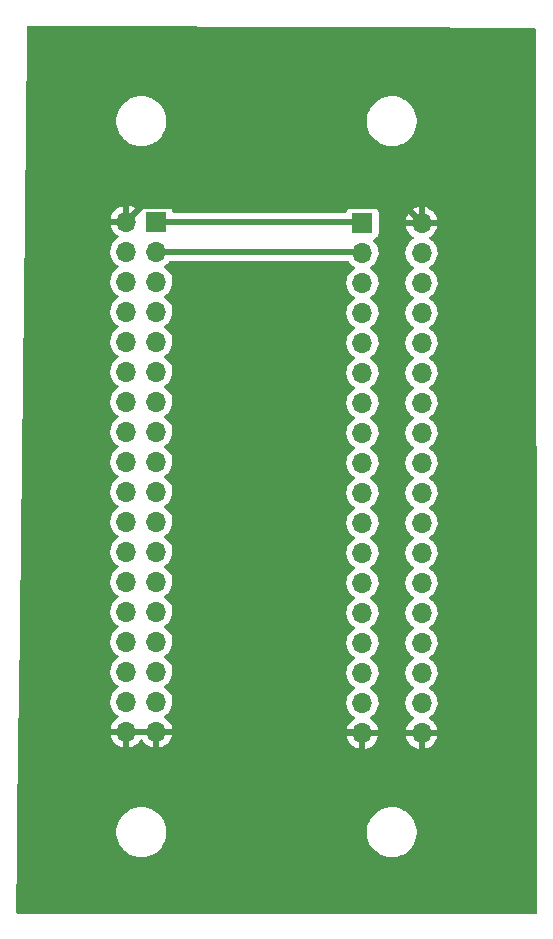
<source format=gbr>
%TF.GenerationSoftware,KiCad,Pcbnew,(6.0.6)*%
%TF.CreationDate,2022-10-16T14:55:50-05:00*%
%TF.ProjectId,CartRiser,43617274-5269-4736-9572-2e6b69636164,rev?*%
%TF.SameCoordinates,Original*%
%TF.FileFunction,Copper,L1,Top*%
%TF.FilePolarity,Positive*%
%FSLAX46Y46*%
G04 Gerber Fmt 4.6, Leading zero omitted, Abs format (unit mm)*
G04 Created by KiCad (PCBNEW (6.0.6)) date 2022-10-16 14:55:50*
%MOMM*%
%LPD*%
G01*
G04 APERTURE LIST*
%TA.AperFunction,ComponentPad*%
%ADD10R,1.700000X1.700000*%
%TD*%
%TA.AperFunction,ComponentPad*%
%ADD11O,1.700000X1.700000*%
%TD*%
%TA.AperFunction,Conductor*%
%ADD12C,0.500000*%
%TD*%
G04 APERTURE END LIST*
D10*
%TO.P,J2,1,Pin_1*%
%TO.N,~{CMRESET}*%
X171325000Y-60520000D03*
D11*
%TO.P,J2,2,Pin_2*%
%TO.N,GND*%
X176325000Y-60520000D03*
%TO.P,J2,3,Pin_3*%
%TO.N,D7*%
X171325000Y-63060000D03*
%TO.P,J2,4,Pin_4*%
%TO.N,~{CRUCLK}*%
X176325000Y-63060000D03*
%TO.P,J2,5,Pin_5*%
%TO.N,D6*%
X171325000Y-65600000D03*
%TO.P,J2,6,Pin_6*%
%TO.N,CRUIN*%
X176325000Y-65600000D03*
%TO.P,J2,7,Pin_7*%
%TO.N,D5*%
X171325000Y-68140000D03*
%TO.P,J2,8,Pin_8*%
%TO.N,A15-CRUOUT*%
X176325000Y-68140000D03*
%TO.P,J2,9,Pin_9*%
%TO.N,D4*%
X171325000Y-70680000D03*
%TO.P,J2,10,Pin_10*%
%TO.N,A13*%
X176325000Y-70680000D03*
%TO.P,J2,11,Pin_11*%
%TO.N,D3*%
X171325000Y-73220000D03*
%TO.P,J2,12,Pin_12*%
%TO.N,A12*%
X176325000Y-73220000D03*
%TO.P,J2,13,Pin_13*%
%TO.N,D2*%
X171325000Y-75760000D03*
%TO.P,J2,14,Pin_14*%
%TO.N,A11*%
X176325000Y-75760000D03*
%TO.P,J2,15,Pin_15*%
%TO.N,D1*%
X171325000Y-78300000D03*
%TO.P,J2,16,Pin_16*%
%TO.N,A10*%
X176325000Y-78300000D03*
%TO.P,J2,17,Pin_17*%
%TO.N,D0*%
X171325000Y-80840000D03*
%TO.P,J2,18,Pin_18*%
%TO.N,A9*%
X176325000Y-80840000D03*
%TO.P,J2,19,Pin_19*%
%TO.N,+5V*%
X171325000Y-83380000D03*
%TO.P,J2,20,Pin_20*%
%TO.N,A8*%
X176325000Y-83380000D03*
%TO.P,J2,21,Pin_21*%
%TO.N,~{GS}*%
X171325000Y-85920000D03*
%TO.P,J2,22,Pin_22*%
%TO.N,A7*%
X176325000Y-85920000D03*
%TO.P,J2,23,Pin_23*%
%TO.N,IO_A14*%
X171325000Y-88460000D03*
%TO.P,J2,24,Pin_24*%
%TO.N,A3*%
X176325000Y-88460000D03*
%TO.P,J2,25,Pin_25*%
%TO.N,DBIN*%
X171325000Y-91000000D03*
%TO.P,J2,26,Pin_26*%
%TO.N,A6*%
X176325000Y-91000000D03*
%TO.P,J2,27,Pin_27*%
%TO.N,GRMCLK*%
X171325000Y-93540000D03*
%TO.P,J2,28,Pin_28*%
%TO.N,A5*%
X176325000Y-93540000D03*
%TO.P,J2,29,Pin_29*%
%TO.N,-5V*%
X171325000Y-96080000D03*
%TO.P,J2,30,Pin_30*%
%TO.N,A4*%
X176325000Y-96080000D03*
%TO.P,J2,31,Pin_31*%
%TO.N,GREADY*%
X171325000Y-98620000D03*
%TO.P,J2,32,Pin_32*%
%TO.N,~{mWE}*%
X176325000Y-98620000D03*
%TO.P,J2,33,Pin_33*%
%TO.N,VSS*%
X171325000Y-101160000D03*
%TO.P,J2,34,Pin_34*%
%TO.N,~{ROMG}*%
X176325000Y-101160000D03*
%TO.P,J2,35,Pin_35*%
%TO.N,GND*%
X171325000Y-103700000D03*
%TO.P,J2,36,Pin_36*%
X176325000Y-103700000D03*
%TD*%
D10*
%TO.P,J1,1,Pin_1*%
%TO.N,~{CMRESET}*%
X153875000Y-60400000D03*
D11*
%TO.P,J1,2,Pin_2*%
%TO.N,GND*%
X151335000Y-60400000D03*
%TO.P,J1,3,Pin_3*%
%TO.N,D7*%
X153875000Y-62940000D03*
%TO.P,J1,4,Pin_4*%
%TO.N,~{CRUCLK}*%
X151335000Y-62940000D03*
%TO.P,J1,5,Pin_5*%
%TO.N,D6*%
X153875000Y-65480000D03*
%TO.P,J1,6,Pin_6*%
%TO.N,CRUIN*%
X151335000Y-65480000D03*
%TO.P,J1,7,Pin_7*%
%TO.N,D5*%
X153875000Y-68020000D03*
%TO.P,J1,8,Pin_8*%
%TO.N,A15-CRUOUT*%
X151335000Y-68020000D03*
%TO.P,J1,9,Pin_9*%
%TO.N,D4*%
X153875000Y-70560000D03*
%TO.P,J1,10,Pin_10*%
%TO.N,A13*%
X151335000Y-70560000D03*
%TO.P,J1,11,Pin_11*%
%TO.N,D3*%
X153875000Y-73100000D03*
%TO.P,J1,12,Pin_12*%
%TO.N,A12*%
X151335000Y-73100000D03*
%TO.P,J1,13,Pin_13*%
%TO.N,D2*%
X153875000Y-75640000D03*
%TO.P,J1,14,Pin_14*%
%TO.N,A11*%
X151335000Y-75640000D03*
%TO.P,J1,15,Pin_15*%
%TO.N,D1*%
X153875000Y-78180000D03*
%TO.P,J1,16,Pin_16*%
%TO.N,A10*%
X151335000Y-78180000D03*
%TO.P,J1,17,Pin_17*%
%TO.N,D0*%
X153875000Y-80720000D03*
%TO.P,J1,18,Pin_18*%
%TO.N,A9*%
X151335000Y-80720000D03*
%TO.P,J1,19,Pin_19*%
%TO.N,+5V*%
X153875000Y-83260000D03*
%TO.P,J1,20,Pin_20*%
%TO.N,A8*%
X151335000Y-83260000D03*
%TO.P,J1,21,Pin_21*%
%TO.N,~{GS}*%
X153875000Y-85800000D03*
%TO.P,J1,22,Pin_22*%
%TO.N,A7*%
X151335000Y-85800000D03*
%TO.P,J1,23,Pin_23*%
%TO.N,IO_A14*%
X153875000Y-88340000D03*
%TO.P,J1,24,Pin_24*%
%TO.N,A3*%
X151335000Y-88340000D03*
%TO.P,J1,25,Pin_25*%
%TO.N,DBIN*%
X153875000Y-90880000D03*
%TO.P,J1,26,Pin_26*%
%TO.N,A6*%
X151335000Y-90880000D03*
%TO.P,J1,27,Pin_27*%
%TO.N,GRMCLK*%
X153875000Y-93420000D03*
%TO.P,J1,28,Pin_28*%
%TO.N,A5*%
X151335000Y-93420000D03*
%TO.P,J1,29,Pin_29*%
%TO.N,-5V*%
X153875000Y-95960000D03*
%TO.P,J1,30,Pin_30*%
%TO.N,A4*%
X151335000Y-95960000D03*
%TO.P,J1,31,Pin_31*%
%TO.N,GREADY*%
X153875000Y-98500000D03*
%TO.P,J1,32,Pin_32*%
%TO.N,~{mWE}*%
X151335000Y-98500000D03*
%TO.P,J1,33,Pin_33*%
%TO.N,VSS*%
X153875000Y-101040000D03*
%TO.P,J1,34,Pin_34*%
%TO.N,~{ROMG}*%
X151335000Y-101040000D03*
%TO.P,J1,35,Pin_35*%
%TO.N,GND*%
X153875000Y-103580000D03*
%TO.P,J1,36,Pin_36*%
X151335000Y-103580000D03*
%TD*%
D12*
%TO.N,D7*%
X171205000Y-62940000D02*
X171325000Y-63060000D01*
X153875000Y-62940000D02*
X171205000Y-62940000D01*
%TO.N,~{CMRESET}*%
X171205000Y-60400000D02*
X171325000Y-60520000D01*
X153875000Y-60400000D02*
X171205000Y-60400000D01*
%TO.N,GND*%
X152635000Y-59100000D02*
X174905000Y-59100000D01*
X151335000Y-60400000D02*
X152635000Y-59100000D01*
X174905000Y-59100000D02*
X176325000Y-60520000D01*
X171205000Y-103580000D02*
X171325000Y-103700000D01*
X153875000Y-103580000D02*
X171205000Y-103580000D01*
%TD*%
%TA.AperFunction,Conductor*%
%TO.N,GND*%
G36*
X171758108Y-43933912D02*
G01*
X185874752Y-43999419D01*
X185942779Y-44019737D01*
X185989022Y-44073608D01*
X186000167Y-44125250D01*
X186093612Y-114208500D01*
X186099832Y-118873832D01*
X186079921Y-118941979D01*
X186026327Y-118988544D01*
X185973832Y-119000000D01*
X142127542Y-119000000D01*
X142059421Y-118979998D01*
X142012928Y-118926342D01*
X142001551Y-118872468D01*
X142059179Y-114134144D01*
X142082305Y-112232703D01*
X150490743Y-112232703D01*
X150528268Y-112517734D01*
X150604129Y-112795036D01*
X150716923Y-113059476D01*
X150864561Y-113306161D01*
X151044313Y-113530528D01*
X151252851Y-113728423D01*
X151486317Y-113896186D01*
X151490112Y-113898195D01*
X151490113Y-113898196D01*
X151511869Y-113909715D01*
X151740392Y-114030712D01*
X152010373Y-114129511D01*
X152291264Y-114190755D01*
X152319841Y-114193004D01*
X152514282Y-114208307D01*
X152514291Y-114208307D01*
X152516739Y-114208500D01*
X152672271Y-114208500D01*
X152674407Y-114208354D01*
X152674418Y-114208354D01*
X152882548Y-114194165D01*
X152882554Y-114194164D01*
X152886825Y-114193873D01*
X152891020Y-114193004D01*
X152891022Y-114193004D01*
X153027583Y-114164724D01*
X153168342Y-114135574D01*
X153439343Y-114039607D01*
X153694812Y-113907750D01*
X153698313Y-113905289D01*
X153698317Y-113905287D01*
X153812417Y-113825096D01*
X153930023Y-113742441D01*
X154140622Y-113546740D01*
X154322713Y-113324268D01*
X154472927Y-113079142D01*
X154588483Y-112815898D01*
X154667244Y-112539406D01*
X154707751Y-112254784D01*
X154707845Y-112236951D01*
X154707867Y-112232703D01*
X171690743Y-112232703D01*
X171728268Y-112517734D01*
X171804129Y-112795036D01*
X171916923Y-113059476D01*
X172064561Y-113306161D01*
X172244313Y-113530528D01*
X172452851Y-113728423D01*
X172686317Y-113896186D01*
X172690112Y-113898195D01*
X172690113Y-113898196D01*
X172711869Y-113909715D01*
X172940392Y-114030712D01*
X173210373Y-114129511D01*
X173491264Y-114190755D01*
X173519841Y-114193004D01*
X173714282Y-114208307D01*
X173714291Y-114208307D01*
X173716739Y-114208500D01*
X173872271Y-114208500D01*
X173874407Y-114208354D01*
X173874418Y-114208354D01*
X174082548Y-114194165D01*
X174082554Y-114194164D01*
X174086825Y-114193873D01*
X174091020Y-114193004D01*
X174091022Y-114193004D01*
X174227583Y-114164724D01*
X174368342Y-114135574D01*
X174639343Y-114039607D01*
X174894812Y-113907750D01*
X174898313Y-113905289D01*
X174898317Y-113905287D01*
X175012417Y-113825096D01*
X175130023Y-113742441D01*
X175340622Y-113546740D01*
X175522713Y-113324268D01*
X175672927Y-113079142D01*
X175788483Y-112815898D01*
X175867244Y-112539406D01*
X175907751Y-112254784D01*
X175907845Y-112236951D01*
X175909235Y-111971583D01*
X175909235Y-111971576D01*
X175909257Y-111967297D01*
X175871732Y-111682266D01*
X175795871Y-111404964D01*
X175683077Y-111140524D01*
X175535439Y-110893839D01*
X175355687Y-110669472D01*
X175147149Y-110471577D01*
X174913683Y-110303814D01*
X174891843Y-110292250D01*
X174868654Y-110279972D01*
X174659608Y-110169288D01*
X174389627Y-110070489D01*
X174108736Y-110009245D01*
X174077685Y-110006801D01*
X173885718Y-109991693D01*
X173885709Y-109991693D01*
X173883261Y-109991500D01*
X173727729Y-109991500D01*
X173725593Y-109991646D01*
X173725582Y-109991646D01*
X173517452Y-110005835D01*
X173517446Y-110005836D01*
X173513175Y-110006127D01*
X173508980Y-110006996D01*
X173508978Y-110006996D01*
X173372417Y-110035276D01*
X173231658Y-110064426D01*
X172960657Y-110160393D01*
X172705188Y-110292250D01*
X172701687Y-110294711D01*
X172701683Y-110294713D01*
X172691594Y-110301804D01*
X172469977Y-110457559D01*
X172259378Y-110653260D01*
X172077287Y-110875732D01*
X171927073Y-111120858D01*
X171811517Y-111384102D01*
X171732756Y-111660594D01*
X171692249Y-111945216D01*
X171692227Y-111949505D01*
X171692226Y-111949512D01*
X171690765Y-112228417D01*
X171690743Y-112232703D01*
X154707867Y-112232703D01*
X154709235Y-111971583D01*
X154709235Y-111971576D01*
X154709257Y-111967297D01*
X154671732Y-111682266D01*
X154595871Y-111404964D01*
X154483077Y-111140524D01*
X154335439Y-110893839D01*
X154155687Y-110669472D01*
X153947149Y-110471577D01*
X153713683Y-110303814D01*
X153691843Y-110292250D01*
X153668654Y-110279972D01*
X153459608Y-110169288D01*
X153189627Y-110070489D01*
X152908736Y-110009245D01*
X152877685Y-110006801D01*
X152685718Y-109991693D01*
X152685709Y-109991693D01*
X152683261Y-109991500D01*
X152527729Y-109991500D01*
X152525593Y-109991646D01*
X152525582Y-109991646D01*
X152317452Y-110005835D01*
X152317446Y-110005836D01*
X152313175Y-110006127D01*
X152308980Y-110006996D01*
X152308978Y-110006996D01*
X152172417Y-110035276D01*
X152031658Y-110064426D01*
X151760657Y-110160393D01*
X151505188Y-110292250D01*
X151501687Y-110294711D01*
X151501683Y-110294713D01*
X151491594Y-110301804D01*
X151269977Y-110457559D01*
X151059378Y-110653260D01*
X150877287Y-110875732D01*
X150727073Y-111120858D01*
X150611517Y-111384102D01*
X150532756Y-111660594D01*
X150492249Y-111945216D01*
X150492227Y-111949505D01*
X150492226Y-111949512D01*
X150490765Y-112228417D01*
X150490743Y-112232703D01*
X142082305Y-112232703D01*
X142184281Y-103847966D01*
X150003257Y-103847966D01*
X150033565Y-103982446D01*
X150036645Y-103992275D01*
X150116770Y-104189603D01*
X150121413Y-104198794D01*
X150232694Y-104380388D01*
X150238777Y-104388699D01*
X150378213Y-104549667D01*
X150385580Y-104556883D01*
X150549434Y-104692916D01*
X150557881Y-104698831D01*
X150741756Y-104806279D01*
X150751042Y-104810729D01*
X150950001Y-104886703D01*
X150959899Y-104889579D01*
X151063250Y-104910606D01*
X151077299Y-104909410D01*
X151081000Y-104899065D01*
X151081000Y-104898517D01*
X151589000Y-104898517D01*
X151593064Y-104912359D01*
X151606478Y-104914393D01*
X151613184Y-104913534D01*
X151623262Y-104911392D01*
X151827255Y-104850191D01*
X151836842Y-104846433D01*
X152028095Y-104752739D01*
X152036945Y-104747464D01*
X152210328Y-104623792D01*
X152218200Y-104617139D01*
X152369052Y-104466812D01*
X152375730Y-104458965D01*
X152503022Y-104281819D01*
X152504147Y-104282627D01*
X152551669Y-104238876D01*
X152621607Y-104226661D01*
X152687046Y-104254197D01*
X152714870Y-104286028D01*
X152772690Y-104380383D01*
X152778777Y-104388699D01*
X152918213Y-104549667D01*
X152925580Y-104556883D01*
X153089434Y-104692916D01*
X153097881Y-104698831D01*
X153281756Y-104806279D01*
X153291042Y-104810729D01*
X153490001Y-104886703D01*
X153499899Y-104889579D01*
X153603250Y-104910606D01*
X153617299Y-104909410D01*
X153621000Y-104899065D01*
X153621000Y-104898517D01*
X154129000Y-104898517D01*
X154133064Y-104912359D01*
X154146478Y-104914393D01*
X154153184Y-104913534D01*
X154163262Y-104911392D01*
X154367255Y-104850191D01*
X154376842Y-104846433D01*
X154568095Y-104752739D01*
X154576945Y-104747464D01*
X154750328Y-104623792D01*
X154758200Y-104617139D01*
X154909052Y-104466812D01*
X154915730Y-104458965D01*
X155040003Y-104286020D01*
X155045313Y-104277183D01*
X155139670Y-104086267D01*
X155143469Y-104076672D01*
X155176497Y-103967966D01*
X169993257Y-103967966D01*
X170023565Y-104102446D01*
X170026645Y-104112275D01*
X170106770Y-104309603D01*
X170111413Y-104318794D01*
X170222694Y-104500388D01*
X170228777Y-104508699D01*
X170368213Y-104669667D01*
X170375580Y-104676883D01*
X170539434Y-104812916D01*
X170547881Y-104818831D01*
X170731756Y-104926279D01*
X170741042Y-104930729D01*
X170940001Y-105006703D01*
X170949899Y-105009579D01*
X171053250Y-105030606D01*
X171067299Y-105029410D01*
X171071000Y-105019065D01*
X171071000Y-105018517D01*
X171579000Y-105018517D01*
X171583064Y-105032359D01*
X171596478Y-105034393D01*
X171603184Y-105033534D01*
X171613262Y-105031392D01*
X171817255Y-104970191D01*
X171826842Y-104966433D01*
X172018095Y-104872739D01*
X172026945Y-104867464D01*
X172200328Y-104743792D01*
X172208200Y-104737139D01*
X172359052Y-104586812D01*
X172365730Y-104578965D01*
X172490003Y-104406020D01*
X172495313Y-104397183D01*
X172589670Y-104206267D01*
X172593469Y-104196672D01*
X172655377Y-103992910D01*
X172657555Y-103982837D01*
X172658986Y-103971962D01*
X172658363Y-103967966D01*
X174993257Y-103967966D01*
X175023565Y-104102446D01*
X175026645Y-104112275D01*
X175106770Y-104309603D01*
X175111413Y-104318794D01*
X175222694Y-104500388D01*
X175228777Y-104508699D01*
X175368213Y-104669667D01*
X175375580Y-104676883D01*
X175539434Y-104812916D01*
X175547881Y-104818831D01*
X175731756Y-104926279D01*
X175741042Y-104930729D01*
X175940001Y-105006703D01*
X175949899Y-105009579D01*
X176053250Y-105030606D01*
X176067299Y-105029410D01*
X176071000Y-105019065D01*
X176071000Y-105018517D01*
X176579000Y-105018517D01*
X176583064Y-105032359D01*
X176596478Y-105034393D01*
X176603184Y-105033534D01*
X176613262Y-105031392D01*
X176817255Y-104970191D01*
X176826842Y-104966433D01*
X177018095Y-104872739D01*
X177026945Y-104867464D01*
X177200328Y-104743792D01*
X177208200Y-104737139D01*
X177359052Y-104586812D01*
X177365730Y-104578965D01*
X177490003Y-104406020D01*
X177495313Y-104397183D01*
X177589670Y-104206267D01*
X177593469Y-104196672D01*
X177655377Y-103992910D01*
X177657555Y-103982837D01*
X177658986Y-103971962D01*
X177656775Y-103957778D01*
X177643617Y-103954000D01*
X176597115Y-103954000D01*
X176581876Y-103958475D01*
X176580671Y-103959865D01*
X176579000Y-103967548D01*
X176579000Y-105018517D01*
X176071000Y-105018517D01*
X176071000Y-103972115D01*
X176066525Y-103956876D01*
X176065135Y-103955671D01*
X176057452Y-103954000D01*
X175008225Y-103954000D01*
X174994694Y-103957973D01*
X174993257Y-103967966D01*
X172658363Y-103967966D01*
X172656775Y-103957778D01*
X172643617Y-103954000D01*
X171597115Y-103954000D01*
X171581876Y-103958475D01*
X171580671Y-103959865D01*
X171579000Y-103967548D01*
X171579000Y-105018517D01*
X171071000Y-105018517D01*
X171071000Y-103972115D01*
X171066525Y-103956876D01*
X171065135Y-103955671D01*
X171057452Y-103954000D01*
X170008225Y-103954000D01*
X169994694Y-103957973D01*
X169993257Y-103967966D01*
X155176497Y-103967966D01*
X155205377Y-103872910D01*
X155207555Y-103862837D01*
X155208986Y-103851962D01*
X155206775Y-103837778D01*
X155193617Y-103834000D01*
X154147115Y-103834000D01*
X154131876Y-103838475D01*
X154130671Y-103839865D01*
X154129000Y-103847548D01*
X154129000Y-104898517D01*
X153621000Y-104898517D01*
X153621000Y-103852115D01*
X153616525Y-103836876D01*
X153615135Y-103835671D01*
X153607452Y-103834000D01*
X151607115Y-103834000D01*
X151591876Y-103838475D01*
X151590671Y-103839865D01*
X151589000Y-103847548D01*
X151589000Y-104898517D01*
X151081000Y-104898517D01*
X151081000Y-103852115D01*
X151076525Y-103836876D01*
X151075135Y-103835671D01*
X151067452Y-103834000D01*
X150018225Y-103834000D01*
X150004694Y-103837973D01*
X150003257Y-103847966D01*
X142184281Y-103847966D01*
X142218837Y-101006695D01*
X149972251Y-101006695D01*
X149972548Y-101011848D01*
X149972548Y-101011851D01*
X149978011Y-101106590D01*
X149985110Y-101229715D01*
X149986247Y-101234761D01*
X149986248Y-101234767D01*
X150006119Y-101322939D01*
X150034222Y-101447639D01*
X150118266Y-101654616D01*
X150169019Y-101737438D01*
X150232291Y-101840688D01*
X150234987Y-101845088D01*
X150381250Y-102013938D01*
X150553126Y-102156632D01*
X150623113Y-102197529D01*
X150626955Y-102199774D01*
X150675679Y-102251412D01*
X150688750Y-102321195D01*
X150662019Y-102386967D01*
X150621562Y-102420327D01*
X150613457Y-102424546D01*
X150604738Y-102430036D01*
X150434433Y-102557905D01*
X150426726Y-102564748D01*
X150279590Y-102718717D01*
X150273104Y-102726727D01*
X150153098Y-102902649D01*
X150148000Y-102911623D01*
X150058338Y-103104783D01*
X150054775Y-103114470D01*
X149999389Y-103314183D01*
X150000912Y-103322607D01*
X150013292Y-103326000D01*
X155193344Y-103326000D01*
X155206875Y-103322027D01*
X155208180Y-103312947D01*
X155166214Y-103145875D01*
X155162894Y-103136124D01*
X155077972Y-102940814D01*
X155073105Y-102931739D01*
X154957426Y-102752926D01*
X154951136Y-102744757D01*
X154807806Y-102587240D01*
X154800273Y-102580215D01*
X154633139Y-102448222D01*
X154624556Y-102442520D01*
X154587602Y-102422120D01*
X154537631Y-102371687D01*
X154522859Y-102302245D01*
X154547975Y-102235839D01*
X154575327Y-102209232D01*
X154598797Y-102192491D01*
X154754860Y-102081173D01*
X154913096Y-101923489D01*
X154972594Y-101840689D01*
X155040435Y-101746277D01*
X155043453Y-101742077D01*
X155064320Y-101699857D01*
X155140136Y-101546453D01*
X155140137Y-101546451D01*
X155142430Y-101541811D01*
X155199259Y-101354767D01*
X155205865Y-101333023D01*
X155205865Y-101333021D01*
X155207370Y-101328069D01*
X155236529Y-101106590D01*
X155238156Y-101040000D01*
X155219852Y-100817361D01*
X155165431Y-100600702D01*
X155076354Y-100395840D01*
X155018500Y-100306411D01*
X154957822Y-100212617D01*
X154957820Y-100212614D01*
X154955014Y-100208277D01*
X154804670Y-100043051D01*
X154800619Y-100039852D01*
X154800615Y-100039848D01*
X154633414Y-99907800D01*
X154633410Y-99907798D01*
X154629359Y-99904598D01*
X154588053Y-99881796D01*
X154538084Y-99831364D01*
X154523312Y-99761921D01*
X154548428Y-99695516D01*
X154575780Y-99668909D01*
X154619603Y-99637650D01*
X154754860Y-99541173D01*
X154913096Y-99383489D01*
X154972594Y-99300689D01*
X155040435Y-99206277D01*
X155043453Y-99202077D01*
X155064320Y-99159857D01*
X155140136Y-99006453D01*
X155140137Y-99006451D01*
X155142430Y-99001811D01*
X155199259Y-98814767D01*
X155205865Y-98793023D01*
X155205865Y-98793021D01*
X155207370Y-98788069D01*
X155236529Y-98566590D01*
X155238156Y-98500000D01*
X155219852Y-98277361D01*
X155165431Y-98060702D01*
X155076354Y-97855840D01*
X155018500Y-97766411D01*
X154957822Y-97672617D01*
X154957820Y-97672614D01*
X154955014Y-97668277D01*
X154804670Y-97503051D01*
X154800619Y-97499852D01*
X154800615Y-97499848D01*
X154633414Y-97367800D01*
X154633410Y-97367798D01*
X154629359Y-97364598D01*
X154588053Y-97341796D01*
X154538084Y-97291364D01*
X154523312Y-97221921D01*
X154548428Y-97155516D01*
X154575780Y-97128909D01*
X154619603Y-97097650D01*
X154754860Y-97001173D01*
X154913096Y-96843489D01*
X154972594Y-96760689D01*
X155040435Y-96666277D01*
X155043453Y-96662077D01*
X155064320Y-96619857D01*
X155140136Y-96466453D01*
X155140137Y-96466451D01*
X155142430Y-96461811D01*
X155199259Y-96274767D01*
X155205865Y-96253023D01*
X155205865Y-96253021D01*
X155207370Y-96248069D01*
X155236529Y-96026590D01*
X155238156Y-95960000D01*
X155219852Y-95737361D01*
X155165431Y-95520702D01*
X155076354Y-95315840D01*
X155018500Y-95226411D01*
X154957822Y-95132617D01*
X154957820Y-95132614D01*
X154955014Y-95128277D01*
X154804670Y-94963051D01*
X154800619Y-94959852D01*
X154800615Y-94959848D01*
X154633414Y-94827800D01*
X154633410Y-94827798D01*
X154629359Y-94824598D01*
X154588053Y-94801796D01*
X154538084Y-94751364D01*
X154523312Y-94681921D01*
X154548428Y-94615516D01*
X154575780Y-94588909D01*
X154619603Y-94557650D01*
X154754860Y-94461173D01*
X154913096Y-94303489D01*
X154972594Y-94220689D01*
X155040435Y-94126277D01*
X155043453Y-94122077D01*
X155064320Y-94079857D01*
X155140136Y-93926453D01*
X155140137Y-93926451D01*
X155142430Y-93921811D01*
X155199259Y-93734767D01*
X155205865Y-93713023D01*
X155205865Y-93713021D01*
X155207370Y-93708069D01*
X155236529Y-93486590D01*
X155238156Y-93420000D01*
X155219852Y-93197361D01*
X155165431Y-92980702D01*
X155076354Y-92775840D01*
X155018500Y-92686411D01*
X154957822Y-92592617D01*
X154957820Y-92592614D01*
X154955014Y-92588277D01*
X154804670Y-92423051D01*
X154800619Y-92419852D01*
X154800615Y-92419848D01*
X154633414Y-92287800D01*
X154633410Y-92287798D01*
X154629359Y-92284598D01*
X154588053Y-92261796D01*
X154538084Y-92211364D01*
X154523312Y-92141921D01*
X154548428Y-92075516D01*
X154575780Y-92048909D01*
X154619603Y-92017650D01*
X154754860Y-91921173D01*
X154913096Y-91763489D01*
X154972594Y-91680689D01*
X155040435Y-91586277D01*
X155043453Y-91582077D01*
X155064320Y-91539857D01*
X155140136Y-91386453D01*
X155140137Y-91386451D01*
X155142430Y-91381811D01*
X155199259Y-91194767D01*
X155205865Y-91173023D01*
X155205865Y-91173021D01*
X155207370Y-91168069D01*
X155236529Y-90946590D01*
X155238156Y-90880000D01*
X155219852Y-90657361D01*
X155165431Y-90440702D01*
X155076354Y-90235840D01*
X155018500Y-90146411D01*
X154957822Y-90052617D01*
X154957820Y-90052614D01*
X154955014Y-90048277D01*
X154804670Y-89883051D01*
X154800619Y-89879852D01*
X154800615Y-89879848D01*
X154633414Y-89747800D01*
X154633410Y-89747798D01*
X154629359Y-89744598D01*
X154588053Y-89721796D01*
X154538084Y-89671364D01*
X154523312Y-89601921D01*
X154548428Y-89535516D01*
X154575780Y-89508909D01*
X154619603Y-89477650D01*
X154754860Y-89381173D01*
X154913096Y-89223489D01*
X154972594Y-89140689D01*
X155040435Y-89046277D01*
X155043453Y-89042077D01*
X155064320Y-88999857D01*
X155140136Y-88846453D01*
X155140137Y-88846451D01*
X155142430Y-88841811D01*
X155199259Y-88654767D01*
X155205865Y-88633023D01*
X155205865Y-88633021D01*
X155207370Y-88628069D01*
X155236529Y-88406590D01*
X155238156Y-88340000D01*
X155219852Y-88117361D01*
X155165431Y-87900702D01*
X155076354Y-87695840D01*
X155018500Y-87606411D01*
X154957822Y-87512617D01*
X154957820Y-87512614D01*
X154955014Y-87508277D01*
X154804670Y-87343051D01*
X154800619Y-87339852D01*
X154800615Y-87339848D01*
X154633414Y-87207800D01*
X154633410Y-87207798D01*
X154629359Y-87204598D01*
X154588053Y-87181796D01*
X154538084Y-87131364D01*
X154523312Y-87061921D01*
X154548428Y-86995516D01*
X154575780Y-86968909D01*
X154619603Y-86937650D01*
X154754860Y-86841173D01*
X154913096Y-86683489D01*
X154972594Y-86600689D01*
X155040435Y-86506277D01*
X155043453Y-86502077D01*
X155064320Y-86459857D01*
X155140136Y-86306453D01*
X155140137Y-86306451D01*
X155142430Y-86301811D01*
X155199259Y-86114767D01*
X155205865Y-86093023D01*
X155205865Y-86093021D01*
X155207370Y-86088069D01*
X155236529Y-85866590D01*
X155238156Y-85800000D01*
X155219852Y-85577361D01*
X155165431Y-85360702D01*
X155076354Y-85155840D01*
X155018500Y-85066411D01*
X154957822Y-84972617D01*
X154957820Y-84972614D01*
X154955014Y-84968277D01*
X154804670Y-84803051D01*
X154800619Y-84799852D01*
X154800615Y-84799848D01*
X154633414Y-84667800D01*
X154633410Y-84667798D01*
X154629359Y-84664598D01*
X154588053Y-84641796D01*
X154538084Y-84591364D01*
X154523312Y-84521921D01*
X154548428Y-84455516D01*
X154575780Y-84428909D01*
X154619603Y-84397650D01*
X154754860Y-84301173D01*
X154913096Y-84143489D01*
X154972594Y-84060689D01*
X155040435Y-83966277D01*
X155043453Y-83962077D01*
X155064320Y-83919857D01*
X155140136Y-83766453D01*
X155140137Y-83766451D01*
X155142430Y-83761811D01*
X155199259Y-83574767D01*
X155205865Y-83553023D01*
X155205865Y-83553021D01*
X155207370Y-83548069D01*
X155236529Y-83326590D01*
X155238156Y-83260000D01*
X155219852Y-83037361D01*
X155165431Y-82820702D01*
X155076354Y-82615840D01*
X155018500Y-82526411D01*
X154957822Y-82432617D01*
X154957820Y-82432614D01*
X154955014Y-82428277D01*
X154804670Y-82263051D01*
X154800619Y-82259852D01*
X154800615Y-82259848D01*
X154633414Y-82127800D01*
X154633410Y-82127798D01*
X154629359Y-82124598D01*
X154588053Y-82101796D01*
X154538084Y-82051364D01*
X154523312Y-81981921D01*
X154548428Y-81915516D01*
X154575780Y-81888909D01*
X154619603Y-81857650D01*
X154754860Y-81761173D01*
X154913096Y-81603489D01*
X154972594Y-81520689D01*
X155040435Y-81426277D01*
X155043453Y-81422077D01*
X155064320Y-81379857D01*
X155140136Y-81226453D01*
X155140137Y-81226451D01*
X155142430Y-81221811D01*
X155199259Y-81034767D01*
X155205865Y-81013023D01*
X155205865Y-81013021D01*
X155207370Y-81008069D01*
X155236529Y-80786590D01*
X155238156Y-80720000D01*
X155219852Y-80497361D01*
X155165431Y-80280702D01*
X155076354Y-80075840D01*
X155018500Y-79986411D01*
X154957822Y-79892617D01*
X154957820Y-79892614D01*
X154955014Y-79888277D01*
X154804670Y-79723051D01*
X154800619Y-79719852D01*
X154800615Y-79719848D01*
X154633414Y-79587800D01*
X154633410Y-79587798D01*
X154629359Y-79584598D01*
X154588053Y-79561796D01*
X154538084Y-79511364D01*
X154523312Y-79441921D01*
X154548428Y-79375516D01*
X154575780Y-79348909D01*
X154619603Y-79317650D01*
X154754860Y-79221173D01*
X154913096Y-79063489D01*
X154972594Y-78980689D01*
X155040435Y-78886277D01*
X155043453Y-78882077D01*
X155064320Y-78839857D01*
X155140136Y-78686453D01*
X155140137Y-78686451D01*
X155142430Y-78681811D01*
X155199259Y-78494767D01*
X155205865Y-78473023D01*
X155205865Y-78473021D01*
X155207370Y-78468069D01*
X155236529Y-78246590D01*
X155238156Y-78180000D01*
X155219852Y-77957361D01*
X155165431Y-77740702D01*
X155076354Y-77535840D01*
X155018500Y-77446411D01*
X154957822Y-77352617D01*
X154957820Y-77352614D01*
X154955014Y-77348277D01*
X154804670Y-77183051D01*
X154800619Y-77179852D01*
X154800615Y-77179848D01*
X154633414Y-77047800D01*
X154633410Y-77047798D01*
X154629359Y-77044598D01*
X154588053Y-77021796D01*
X154538084Y-76971364D01*
X154523312Y-76901921D01*
X154548428Y-76835516D01*
X154575780Y-76808909D01*
X154619603Y-76777650D01*
X154754860Y-76681173D01*
X154913096Y-76523489D01*
X154972594Y-76440689D01*
X155040435Y-76346277D01*
X155043453Y-76342077D01*
X155064320Y-76299857D01*
X155140136Y-76146453D01*
X155140137Y-76146451D01*
X155142430Y-76141811D01*
X155199259Y-75954767D01*
X155205865Y-75933023D01*
X155205865Y-75933021D01*
X155207370Y-75928069D01*
X155236529Y-75706590D01*
X155238156Y-75640000D01*
X155219852Y-75417361D01*
X155165431Y-75200702D01*
X155076354Y-74995840D01*
X155018500Y-74906411D01*
X154957822Y-74812617D01*
X154957820Y-74812614D01*
X154955014Y-74808277D01*
X154804670Y-74643051D01*
X154800619Y-74639852D01*
X154800615Y-74639848D01*
X154633414Y-74507800D01*
X154633410Y-74507798D01*
X154629359Y-74504598D01*
X154588053Y-74481796D01*
X154538084Y-74431364D01*
X154523312Y-74361921D01*
X154548428Y-74295516D01*
X154575780Y-74268909D01*
X154619603Y-74237650D01*
X154754860Y-74141173D01*
X154913096Y-73983489D01*
X154972594Y-73900689D01*
X155040435Y-73806277D01*
X155043453Y-73802077D01*
X155064320Y-73759857D01*
X155140136Y-73606453D01*
X155140137Y-73606451D01*
X155142430Y-73601811D01*
X155199259Y-73414767D01*
X155205865Y-73393023D01*
X155205865Y-73393021D01*
X155207370Y-73388069D01*
X155236529Y-73166590D01*
X155238156Y-73100000D01*
X155219852Y-72877361D01*
X155165431Y-72660702D01*
X155076354Y-72455840D01*
X155018500Y-72366411D01*
X154957822Y-72272617D01*
X154957820Y-72272614D01*
X154955014Y-72268277D01*
X154804670Y-72103051D01*
X154800619Y-72099852D01*
X154800615Y-72099848D01*
X154633414Y-71967800D01*
X154633410Y-71967798D01*
X154629359Y-71964598D01*
X154588053Y-71941796D01*
X154538084Y-71891364D01*
X154523312Y-71821921D01*
X154548428Y-71755516D01*
X154575780Y-71728909D01*
X154619603Y-71697650D01*
X154754860Y-71601173D01*
X154913096Y-71443489D01*
X154972594Y-71360689D01*
X155040435Y-71266277D01*
X155043453Y-71262077D01*
X155064320Y-71219857D01*
X155140136Y-71066453D01*
X155140137Y-71066451D01*
X155142430Y-71061811D01*
X155199259Y-70874767D01*
X155205865Y-70853023D01*
X155205865Y-70853021D01*
X155207370Y-70848069D01*
X155236529Y-70626590D01*
X155238156Y-70560000D01*
X155219852Y-70337361D01*
X155165431Y-70120702D01*
X155076354Y-69915840D01*
X155018500Y-69826411D01*
X154957822Y-69732617D01*
X154957820Y-69732614D01*
X154955014Y-69728277D01*
X154804670Y-69563051D01*
X154800619Y-69559852D01*
X154800615Y-69559848D01*
X154633414Y-69427800D01*
X154633410Y-69427798D01*
X154629359Y-69424598D01*
X154588053Y-69401796D01*
X154538084Y-69351364D01*
X154523312Y-69281921D01*
X154548428Y-69215516D01*
X154575780Y-69188909D01*
X154619603Y-69157650D01*
X154754860Y-69061173D01*
X154913096Y-68903489D01*
X154972594Y-68820689D01*
X155040435Y-68726277D01*
X155043453Y-68722077D01*
X155064320Y-68679857D01*
X155140136Y-68526453D01*
X155140137Y-68526451D01*
X155142430Y-68521811D01*
X155199259Y-68334767D01*
X155205865Y-68313023D01*
X155205865Y-68313021D01*
X155207370Y-68308069D01*
X155236529Y-68086590D01*
X155238156Y-68020000D01*
X155219852Y-67797361D01*
X155165431Y-67580702D01*
X155076354Y-67375840D01*
X155018500Y-67286411D01*
X154957822Y-67192617D01*
X154957820Y-67192614D01*
X154955014Y-67188277D01*
X154804670Y-67023051D01*
X154800619Y-67019852D01*
X154800615Y-67019848D01*
X154633414Y-66887800D01*
X154633410Y-66887798D01*
X154629359Y-66884598D01*
X154588053Y-66861796D01*
X154538084Y-66811364D01*
X154523312Y-66741921D01*
X154548428Y-66675516D01*
X154575780Y-66648909D01*
X154619603Y-66617650D01*
X154754860Y-66521173D01*
X154913096Y-66363489D01*
X154972594Y-66280689D01*
X155040435Y-66186277D01*
X155043453Y-66182077D01*
X155064320Y-66139857D01*
X155140136Y-65986453D01*
X155140137Y-65986451D01*
X155142430Y-65981811D01*
X155199259Y-65794767D01*
X155205865Y-65773023D01*
X155205865Y-65773021D01*
X155207370Y-65768069D01*
X155236529Y-65546590D01*
X155238156Y-65480000D01*
X155219852Y-65257361D01*
X155165431Y-65040702D01*
X155076354Y-64835840D01*
X155018500Y-64746411D01*
X154957822Y-64652617D01*
X154957820Y-64652614D01*
X154955014Y-64648277D01*
X154804670Y-64483051D01*
X154800619Y-64479852D01*
X154800615Y-64479848D01*
X154633414Y-64347800D01*
X154633410Y-64347798D01*
X154629359Y-64344598D01*
X154588053Y-64321796D01*
X154538084Y-64271364D01*
X154523312Y-64201921D01*
X154548428Y-64135516D01*
X154575780Y-64108909D01*
X154619603Y-64077650D01*
X154754860Y-63981173D01*
X154913096Y-63823489D01*
X154959677Y-63758665D01*
X154965203Y-63750974D01*
X155021198Y-63707326D01*
X155067526Y-63698500D01*
X170052338Y-63698500D01*
X170120459Y-63718502D01*
X170159771Y-63758665D01*
X170224987Y-63865088D01*
X170371250Y-64033938D01*
X170543126Y-64176632D01*
X170586403Y-64201921D01*
X170616445Y-64219476D01*
X170665169Y-64271114D01*
X170678240Y-64340897D01*
X170651509Y-64406669D01*
X170611055Y-64440027D01*
X170598607Y-64446507D01*
X170594474Y-64449610D01*
X170594471Y-64449612D01*
X170544848Y-64486870D01*
X170419965Y-64580635D01*
X170265629Y-64742138D01*
X170139743Y-64926680D01*
X170045688Y-65129305D01*
X169985989Y-65344570D01*
X169962251Y-65566695D01*
X169962548Y-65571848D01*
X169962548Y-65571851D01*
X169967893Y-65664547D01*
X169975110Y-65789715D01*
X169976247Y-65794761D01*
X169976248Y-65794767D01*
X169996042Y-65882596D01*
X170024222Y-66007639D01*
X170061328Y-66099020D01*
X170095440Y-66183028D01*
X170108266Y-66214616D01*
X170151451Y-66285088D01*
X170201731Y-66367137D01*
X170224987Y-66405088D01*
X170371250Y-66573938D01*
X170543126Y-66716632D01*
X170586403Y-66741921D01*
X170616445Y-66759476D01*
X170665169Y-66811114D01*
X170678240Y-66880897D01*
X170651509Y-66946669D01*
X170611055Y-66980027D01*
X170598607Y-66986507D01*
X170594474Y-66989610D01*
X170594471Y-66989612D01*
X170544848Y-67026870D01*
X170419965Y-67120635D01*
X170265629Y-67282138D01*
X170139743Y-67466680D01*
X170045688Y-67669305D01*
X169985989Y-67884570D01*
X169962251Y-68106695D01*
X169962548Y-68111848D01*
X169962548Y-68111851D01*
X169967893Y-68204547D01*
X169975110Y-68329715D01*
X169976247Y-68334761D01*
X169976248Y-68334767D01*
X169996042Y-68422596D01*
X170024222Y-68547639D01*
X170061328Y-68639020D01*
X170095440Y-68723028D01*
X170108266Y-68754616D01*
X170151451Y-68825088D01*
X170201731Y-68907137D01*
X170224987Y-68945088D01*
X170371250Y-69113938D01*
X170543126Y-69256632D01*
X170586403Y-69281921D01*
X170616445Y-69299476D01*
X170665169Y-69351114D01*
X170678240Y-69420897D01*
X170651509Y-69486669D01*
X170611055Y-69520027D01*
X170598607Y-69526507D01*
X170594474Y-69529610D01*
X170594471Y-69529612D01*
X170544848Y-69566870D01*
X170419965Y-69660635D01*
X170265629Y-69822138D01*
X170139743Y-70006680D01*
X170045688Y-70209305D01*
X169985989Y-70424570D01*
X169962251Y-70646695D01*
X169962548Y-70651848D01*
X169962548Y-70651851D01*
X169967893Y-70744547D01*
X169975110Y-70869715D01*
X169976247Y-70874761D01*
X169976248Y-70874767D01*
X169996042Y-70962596D01*
X170024222Y-71087639D01*
X170061328Y-71179020D01*
X170095440Y-71263028D01*
X170108266Y-71294616D01*
X170151451Y-71365088D01*
X170201731Y-71447137D01*
X170224987Y-71485088D01*
X170371250Y-71653938D01*
X170543126Y-71796632D01*
X170586403Y-71821921D01*
X170616445Y-71839476D01*
X170665169Y-71891114D01*
X170678240Y-71960897D01*
X170651509Y-72026669D01*
X170611055Y-72060027D01*
X170598607Y-72066507D01*
X170594474Y-72069610D01*
X170594471Y-72069612D01*
X170544848Y-72106870D01*
X170419965Y-72200635D01*
X170265629Y-72362138D01*
X170139743Y-72546680D01*
X170045688Y-72749305D01*
X169985989Y-72964570D01*
X169962251Y-73186695D01*
X169962548Y-73191848D01*
X169962548Y-73191851D01*
X169967893Y-73284547D01*
X169975110Y-73409715D01*
X169976247Y-73414761D01*
X169976248Y-73414767D01*
X169996042Y-73502596D01*
X170024222Y-73627639D01*
X170061328Y-73719020D01*
X170095440Y-73803028D01*
X170108266Y-73834616D01*
X170151451Y-73905088D01*
X170201731Y-73987137D01*
X170224987Y-74025088D01*
X170371250Y-74193938D01*
X170543126Y-74336632D01*
X170586403Y-74361921D01*
X170616445Y-74379476D01*
X170665169Y-74431114D01*
X170678240Y-74500897D01*
X170651509Y-74566669D01*
X170611055Y-74600027D01*
X170598607Y-74606507D01*
X170594474Y-74609610D01*
X170594471Y-74609612D01*
X170544848Y-74646870D01*
X170419965Y-74740635D01*
X170265629Y-74902138D01*
X170139743Y-75086680D01*
X170045688Y-75289305D01*
X169985989Y-75504570D01*
X169962251Y-75726695D01*
X169962548Y-75731848D01*
X169962548Y-75731851D01*
X169967893Y-75824547D01*
X169975110Y-75949715D01*
X169976247Y-75954761D01*
X169976248Y-75954767D01*
X169996042Y-76042596D01*
X170024222Y-76167639D01*
X170061328Y-76259020D01*
X170095440Y-76343028D01*
X170108266Y-76374616D01*
X170151451Y-76445088D01*
X170201731Y-76527137D01*
X170224987Y-76565088D01*
X170371250Y-76733938D01*
X170543126Y-76876632D01*
X170586403Y-76901921D01*
X170616445Y-76919476D01*
X170665169Y-76971114D01*
X170678240Y-77040897D01*
X170651509Y-77106669D01*
X170611055Y-77140027D01*
X170598607Y-77146507D01*
X170594474Y-77149610D01*
X170594471Y-77149612D01*
X170544848Y-77186870D01*
X170419965Y-77280635D01*
X170265629Y-77442138D01*
X170139743Y-77626680D01*
X170045688Y-77829305D01*
X169985989Y-78044570D01*
X169962251Y-78266695D01*
X169962548Y-78271848D01*
X169962548Y-78271851D01*
X169967893Y-78364547D01*
X169975110Y-78489715D01*
X169976247Y-78494761D01*
X169976248Y-78494767D01*
X169996042Y-78582596D01*
X170024222Y-78707639D01*
X170061328Y-78799020D01*
X170095440Y-78883028D01*
X170108266Y-78914616D01*
X170151451Y-78985088D01*
X170201731Y-79067137D01*
X170224987Y-79105088D01*
X170371250Y-79273938D01*
X170543126Y-79416632D01*
X170586403Y-79441921D01*
X170616445Y-79459476D01*
X170665169Y-79511114D01*
X170678240Y-79580897D01*
X170651509Y-79646669D01*
X170611055Y-79680027D01*
X170598607Y-79686507D01*
X170594474Y-79689610D01*
X170594471Y-79689612D01*
X170544848Y-79726870D01*
X170419965Y-79820635D01*
X170265629Y-79982138D01*
X170139743Y-80166680D01*
X170045688Y-80369305D01*
X169985989Y-80584570D01*
X169962251Y-80806695D01*
X169962548Y-80811848D01*
X169962548Y-80811851D01*
X169967893Y-80904547D01*
X169975110Y-81029715D01*
X169976247Y-81034761D01*
X169976248Y-81034767D01*
X169996042Y-81122596D01*
X170024222Y-81247639D01*
X170061328Y-81339020D01*
X170095440Y-81423028D01*
X170108266Y-81454616D01*
X170151451Y-81525088D01*
X170201731Y-81607137D01*
X170224987Y-81645088D01*
X170371250Y-81813938D01*
X170543126Y-81956632D01*
X170586403Y-81981921D01*
X170616445Y-81999476D01*
X170665169Y-82051114D01*
X170678240Y-82120897D01*
X170651509Y-82186669D01*
X170611055Y-82220027D01*
X170598607Y-82226507D01*
X170594474Y-82229610D01*
X170594471Y-82229612D01*
X170544848Y-82266870D01*
X170419965Y-82360635D01*
X170265629Y-82522138D01*
X170139743Y-82706680D01*
X170045688Y-82909305D01*
X169985989Y-83124570D01*
X169962251Y-83346695D01*
X169962548Y-83351848D01*
X169962548Y-83351851D01*
X169967893Y-83444547D01*
X169975110Y-83569715D01*
X169976247Y-83574761D01*
X169976248Y-83574767D01*
X169996042Y-83662596D01*
X170024222Y-83787639D01*
X170061328Y-83879020D01*
X170095440Y-83963028D01*
X170108266Y-83994616D01*
X170151451Y-84065088D01*
X170201731Y-84147137D01*
X170224987Y-84185088D01*
X170371250Y-84353938D01*
X170543126Y-84496632D01*
X170586403Y-84521921D01*
X170616445Y-84539476D01*
X170665169Y-84591114D01*
X170678240Y-84660897D01*
X170651509Y-84726669D01*
X170611055Y-84760027D01*
X170598607Y-84766507D01*
X170594474Y-84769610D01*
X170594471Y-84769612D01*
X170544848Y-84806870D01*
X170419965Y-84900635D01*
X170265629Y-85062138D01*
X170139743Y-85246680D01*
X170045688Y-85449305D01*
X169985989Y-85664570D01*
X169962251Y-85886695D01*
X169962548Y-85891848D01*
X169962548Y-85891851D01*
X169967893Y-85984547D01*
X169975110Y-86109715D01*
X169976247Y-86114761D01*
X169976248Y-86114767D01*
X169996042Y-86202596D01*
X170024222Y-86327639D01*
X170061328Y-86419020D01*
X170095440Y-86503028D01*
X170108266Y-86534616D01*
X170151451Y-86605088D01*
X170201731Y-86687137D01*
X170224987Y-86725088D01*
X170371250Y-86893938D01*
X170543126Y-87036632D01*
X170586403Y-87061921D01*
X170616445Y-87079476D01*
X170665169Y-87131114D01*
X170678240Y-87200897D01*
X170651509Y-87266669D01*
X170611055Y-87300027D01*
X170598607Y-87306507D01*
X170594474Y-87309610D01*
X170594471Y-87309612D01*
X170544848Y-87346870D01*
X170419965Y-87440635D01*
X170265629Y-87602138D01*
X170139743Y-87786680D01*
X170045688Y-87989305D01*
X169985989Y-88204570D01*
X169962251Y-88426695D01*
X169962548Y-88431848D01*
X169962548Y-88431851D01*
X169967893Y-88524547D01*
X169975110Y-88649715D01*
X169976247Y-88654761D01*
X169976248Y-88654767D01*
X169996042Y-88742596D01*
X170024222Y-88867639D01*
X170061328Y-88959020D01*
X170095440Y-89043028D01*
X170108266Y-89074616D01*
X170151451Y-89145088D01*
X170201731Y-89227137D01*
X170224987Y-89265088D01*
X170371250Y-89433938D01*
X170543126Y-89576632D01*
X170586403Y-89601921D01*
X170616445Y-89619476D01*
X170665169Y-89671114D01*
X170678240Y-89740897D01*
X170651509Y-89806669D01*
X170611055Y-89840027D01*
X170598607Y-89846507D01*
X170594474Y-89849610D01*
X170594471Y-89849612D01*
X170544848Y-89886870D01*
X170419965Y-89980635D01*
X170265629Y-90142138D01*
X170139743Y-90326680D01*
X170045688Y-90529305D01*
X169985989Y-90744570D01*
X169962251Y-90966695D01*
X169962548Y-90971848D01*
X169962548Y-90971851D01*
X169967893Y-91064547D01*
X169975110Y-91189715D01*
X169976247Y-91194761D01*
X169976248Y-91194767D01*
X169996042Y-91282596D01*
X170024222Y-91407639D01*
X170061328Y-91499020D01*
X170095440Y-91583028D01*
X170108266Y-91614616D01*
X170151451Y-91685088D01*
X170201731Y-91767137D01*
X170224987Y-91805088D01*
X170371250Y-91973938D01*
X170543126Y-92116632D01*
X170586403Y-92141921D01*
X170616445Y-92159476D01*
X170665169Y-92211114D01*
X170678240Y-92280897D01*
X170651509Y-92346669D01*
X170611055Y-92380027D01*
X170598607Y-92386507D01*
X170594474Y-92389610D01*
X170594471Y-92389612D01*
X170544848Y-92426870D01*
X170419965Y-92520635D01*
X170265629Y-92682138D01*
X170139743Y-92866680D01*
X170045688Y-93069305D01*
X169985989Y-93284570D01*
X169962251Y-93506695D01*
X169962548Y-93511848D01*
X169962548Y-93511851D01*
X169967893Y-93604547D01*
X169975110Y-93729715D01*
X169976247Y-93734761D01*
X169976248Y-93734767D01*
X169996042Y-93822596D01*
X170024222Y-93947639D01*
X170061328Y-94039020D01*
X170095440Y-94123028D01*
X170108266Y-94154616D01*
X170151451Y-94225088D01*
X170201731Y-94307137D01*
X170224987Y-94345088D01*
X170371250Y-94513938D01*
X170543126Y-94656632D01*
X170586403Y-94681921D01*
X170616445Y-94699476D01*
X170665169Y-94751114D01*
X170678240Y-94820897D01*
X170651509Y-94886669D01*
X170611055Y-94920027D01*
X170598607Y-94926507D01*
X170594474Y-94929610D01*
X170594471Y-94929612D01*
X170544848Y-94966870D01*
X170419965Y-95060635D01*
X170265629Y-95222138D01*
X170139743Y-95406680D01*
X170045688Y-95609305D01*
X169985989Y-95824570D01*
X169962251Y-96046695D01*
X169962548Y-96051848D01*
X169962548Y-96051851D01*
X169967893Y-96144547D01*
X169975110Y-96269715D01*
X169976247Y-96274761D01*
X169976248Y-96274767D01*
X169996042Y-96362596D01*
X170024222Y-96487639D01*
X170061328Y-96579020D01*
X170095440Y-96663028D01*
X170108266Y-96694616D01*
X170151451Y-96765088D01*
X170201731Y-96847137D01*
X170224987Y-96885088D01*
X170371250Y-97053938D01*
X170543126Y-97196632D01*
X170586403Y-97221921D01*
X170616445Y-97239476D01*
X170665169Y-97291114D01*
X170678240Y-97360897D01*
X170651509Y-97426669D01*
X170611055Y-97460027D01*
X170598607Y-97466507D01*
X170594474Y-97469610D01*
X170594471Y-97469612D01*
X170544848Y-97506870D01*
X170419965Y-97600635D01*
X170265629Y-97762138D01*
X170139743Y-97946680D01*
X170045688Y-98149305D01*
X169985989Y-98364570D01*
X169962251Y-98586695D01*
X169962548Y-98591848D01*
X169962548Y-98591851D01*
X169967893Y-98684547D01*
X169975110Y-98809715D01*
X169976247Y-98814761D01*
X169976248Y-98814767D01*
X169996042Y-98902596D01*
X170024222Y-99027639D01*
X170061328Y-99119020D01*
X170095440Y-99203028D01*
X170108266Y-99234616D01*
X170151451Y-99305088D01*
X170201731Y-99387137D01*
X170224987Y-99425088D01*
X170371250Y-99593938D01*
X170543126Y-99736632D01*
X170586403Y-99761921D01*
X170616445Y-99779476D01*
X170665169Y-99831114D01*
X170678240Y-99900897D01*
X170651509Y-99966669D01*
X170611055Y-100000027D01*
X170598607Y-100006507D01*
X170594474Y-100009610D01*
X170594471Y-100009612D01*
X170544848Y-100046870D01*
X170419965Y-100140635D01*
X170265629Y-100302138D01*
X170139743Y-100486680D01*
X170045688Y-100689305D01*
X169985989Y-100904570D01*
X169962251Y-101126695D01*
X169962548Y-101131848D01*
X169962548Y-101131851D01*
X169967893Y-101224547D01*
X169975110Y-101349715D01*
X169976247Y-101354761D01*
X169976248Y-101354767D01*
X169996042Y-101442596D01*
X170024222Y-101567639D01*
X170061328Y-101659020D01*
X170095440Y-101743028D01*
X170108266Y-101774616D01*
X170151451Y-101845088D01*
X170201731Y-101927137D01*
X170224987Y-101965088D01*
X170371250Y-102133938D01*
X170543126Y-102276632D01*
X170586958Y-102302245D01*
X170616955Y-102319774D01*
X170665679Y-102371412D01*
X170678750Y-102441195D01*
X170652019Y-102506967D01*
X170611562Y-102540327D01*
X170603457Y-102544546D01*
X170594738Y-102550036D01*
X170424433Y-102677905D01*
X170416726Y-102684748D01*
X170269590Y-102838717D01*
X170263104Y-102846727D01*
X170143098Y-103022649D01*
X170138000Y-103031623D01*
X170048338Y-103224783D01*
X170044775Y-103234470D01*
X169989389Y-103434183D01*
X169990912Y-103442607D01*
X170003292Y-103446000D01*
X172643344Y-103446000D01*
X172656875Y-103442027D01*
X172658180Y-103432947D01*
X172616214Y-103265875D01*
X172612894Y-103256124D01*
X172527972Y-103060814D01*
X172523105Y-103051739D01*
X172407426Y-102872926D01*
X172401136Y-102864757D01*
X172257806Y-102707240D01*
X172250273Y-102700215D01*
X172083139Y-102568222D01*
X172074556Y-102562520D01*
X172037602Y-102542120D01*
X171987631Y-102491687D01*
X171972859Y-102422245D01*
X171997975Y-102355839D01*
X172025327Y-102329232D01*
X172063161Y-102302245D01*
X172204860Y-102201173D01*
X172252874Y-102153327D01*
X172286209Y-102120107D01*
X172363096Y-102043489D01*
X172384331Y-102013938D01*
X172490435Y-101866277D01*
X172493453Y-101862077D01*
X172501850Y-101845088D01*
X172590136Y-101666453D01*
X172590137Y-101666451D01*
X172592430Y-101661811D01*
X172657370Y-101448069D01*
X172686529Y-101226590D01*
X172688156Y-101160000D01*
X172685418Y-101126695D01*
X174962251Y-101126695D01*
X174962548Y-101131848D01*
X174962548Y-101131851D01*
X174967893Y-101224547D01*
X174975110Y-101349715D01*
X174976247Y-101354761D01*
X174976248Y-101354767D01*
X174996042Y-101442596D01*
X175024222Y-101567639D01*
X175061328Y-101659020D01*
X175095440Y-101743028D01*
X175108266Y-101774616D01*
X175151451Y-101845088D01*
X175201731Y-101927137D01*
X175224987Y-101965088D01*
X175371250Y-102133938D01*
X175543126Y-102276632D01*
X175586958Y-102302245D01*
X175616955Y-102319774D01*
X175665679Y-102371412D01*
X175678750Y-102441195D01*
X175652019Y-102506967D01*
X175611562Y-102540327D01*
X175603457Y-102544546D01*
X175594738Y-102550036D01*
X175424433Y-102677905D01*
X175416726Y-102684748D01*
X175269590Y-102838717D01*
X175263104Y-102846727D01*
X175143098Y-103022649D01*
X175138000Y-103031623D01*
X175048338Y-103224783D01*
X175044775Y-103234470D01*
X174989389Y-103434183D01*
X174990912Y-103442607D01*
X175003292Y-103446000D01*
X177643344Y-103446000D01*
X177656875Y-103442027D01*
X177658180Y-103432947D01*
X177616214Y-103265875D01*
X177612894Y-103256124D01*
X177527972Y-103060814D01*
X177523105Y-103051739D01*
X177407426Y-102872926D01*
X177401136Y-102864757D01*
X177257806Y-102707240D01*
X177250273Y-102700215D01*
X177083139Y-102568222D01*
X177074556Y-102562520D01*
X177037602Y-102542120D01*
X176987631Y-102491687D01*
X176972859Y-102422245D01*
X176997975Y-102355839D01*
X177025327Y-102329232D01*
X177063161Y-102302245D01*
X177204860Y-102201173D01*
X177252874Y-102153327D01*
X177286209Y-102120107D01*
X177363096Y-102043489D01*
X177384331Y-102013938D01*
X177490435Y-101866277D01*
X177493453Y-101862077D01*
X177501850Y-101845088D01*
X177590136Y-101666453D01*
X177590137Y-101666451D01*
X177592430Y-101661811D01*
X177657370Y-101448069D01*
X177686529Y-101226590D01*
X177688156Y-101160000D01*
X177669852Y-100937361D01*
X177615431Y-100720702D01*
X177526354Y-100515840D01*
X177486906Y-100454862D01*
X177407822Y-100332617D01*
X177407820Y-100332614D01*
X177405014Y-100328277D01*
X177254670Y-100163051D01*
X177250619Y-100159852D01*
X177250615Y-100159848D01*
X177083414Y-100027800D01*
X177083410Y-100027798D01*
X177079359Y-100024598D01*
X177038053Y-100001796D01*
X176988084Y-99951364D01*
X176973312Y-99881921D01*
X176998428Y-99815516D01*
X177025780Y-99788909D01*
X177069603Y-99757650D01*
X177204860Y-99661173D01*
X177252874Y-99613327D01*
X177286209Y-99580107D01*
X177363096Y-99503489D01*
X177384331Y-99473938D01*
X177490435Y-99326277D01*
X177493453Y-99322077D01*
X177501850Y-99305088D01*
X177590136Y-99126453D01*
X177590137Y-99126451D01*
X177592430Y-99121811D01*
X177657370Y-98908069D01*
X177686529Y-98686590D01*
X177688156Y-98620000D01*
X177669852Y-98397361D01*
X177615431Y-98180702D01*
X177526354Y-97975840D01*
X177486906Y-97914862D01*
X177407822Y-97792617D01*
X177407820Y-97792614D01*
X177405014Y-97788277D01*
X177254670Y-97623051D01*
X177250619Y-97619852D01*
X177250615Y-97619848D01*
X177083414Y-97487800D01*
X177083410Y-97487798D01*
X177079359Y-97484598D01*
X177038053Y-97461796D01*
X176988084Y-97411364D01*
X176973312Y-97341921D01*
X176998428Y-97275516D01*
X177025780Y-97248909D01*
X177069603Y-97217650D01*
X177204860Y-97121173D01*
X177252874Y-97073327D01*
X177286209Y-97040107D01*
X177363096Y-96963489D01*
X177384331Y-96933938D01*
X177490435Y-96786277D01*
X177493453Y-96782077D01*
X177501850Y-96765088D01*
X177590136Y-96586453D01*
X177590137Y-96586451D01*
X177592430Y-96581811D01*
X177657370Y-96368069D01*
X177686529Y-96146590D01*
X177688156Y-96080000D01*
X177669852Y-95857361D01*
X177615431Y-95640702D01*
X177526354Y-95435840D01*
X177486906Y-95374862D01*
X177407822Y-95252617D01*
X177407820Y-95252614D01*
X177405014Y-95248277D01*
X177254670Y-95083051D01*
X177250619Y-95079852D01*
X177250615Y-95079848D01*
X177083414Y-94947800D01*
X177083410Y-94947798D01*
X177079359Y-94944598D01*
X177038053Y-94921796D01*
X176988084Y-94871364D01*
X176973312Y-94801921D01*
X176998428Y-94735516D01*
X177025780Y-94708909D01*
X177069603Y-94677650D01*
X177204860Y-94581173D01*
X177252874Y-94533327D01*
X177286209Y-94500107D01*
X177363096Y-94423489D01*
X177384331Y-94393938D01*
X177490435Y-94246277D01*
X177493453Y-94242077D01*
X177501850Y-94225088D01*
X177590136Y-94046453D01*
X177590137Y-94046451D01*
X177592430Y-94041811D01*
X177657370Y-93828069D01*
X177686529Y-93606590D01*
X177688156Y-93540000D01*
X177669852Y-93317361D01*
X177615431Y-93100702D01*
X177526354Y-92895840D01*
X177486906Y-92834862D01*
X177407822Y-92712617D01*
X177407820Y-92712614D01*
X177405014Y-92708277D01*
X177254670Y-92543051D01*
X177250619Y-92539852D01*
X177250615Y-92539848D01*
X177083414Y-92407800D01*
X177083410Y-92407798D01*
X177079359Y-92404598D01*
X177038053Y-92381796D01*
X176988084Y-92331364D01*
X176973312Y-92261921D01*
X176998428Y-92195516D01*
X177025780Y-92168909D01*
X177069603Y-92137650D01*
X177204860Y-92041173D01*
X177252874Y-91993327D01*
X177286209Y-91960107D01*
X177363096Y-91883489D01*
X177384331Y-91853938D01*
X177490435Y-91706277D01*
X177493453Y-91702077D01*
X177501850Y-91685088D01*
X177590136Y-91506453D01*
X177590137Y-91506451D01*
X177592430Y-91501811D01*
X177657370Y-91288069D01*
X177686529Y-91066590D01*
X177688156Y-91000000D01*
X177669852Y-90777361D01*
X177615431Y-90560702D01*
X177526354Y-90355840D01*
X177486906Y-90294862D01*
X177407822Y-90172617D01*
X177407820Y-90172614D01*
X177405014Y-90168277D01*
X177254670Y-90003051D01*
X177250619Y-89999852D01*
X177250615Y-89999848D01*
X177083414Y-89867800D01*
X177083410Y-89867798D01*
X177079359Y-89864598D01*
X177038053Y-89841796D01*
X176988084Y-89791364D01*
X176973312Y-89721921D01*
X176998428Y-89655516D01*
X177025780Y-89628909D01*
X177069603Y-89597650D01*
X177204860Y-89501173D01*
X177252874Y-89453327D01*
X177286209Y-89420107D01*
X177363096Y-89343489D01*
X177384331Y-89313938D01*
X177490435Y-89166277D01*
X177493453Y-89162077D01*
X177501850Y-89145088D01*
X177590136Y-88966453D01*
X177590137Y-88966451D01*
X177592430Y-88961811D01*
X177657370Y-88748069D01*
X177686529Y-88526590D01*
X177688156Y-88460000D01*
X177669852Y-88237361D01*
X177615431Y-88020702D01*
X177526354Y-87815840D01*
X177486906Y-87754862D01*
X177407822Y-87632617D01*
X177407820Y-87632614D01*
X177405014Y-87628277D01*
X177254670Y-87463051D01*
X177250619Y-87459852D01*
X177250615Y-87459848D01*
X177083414Y-87327800D01*
X177083410Y-87327798D01*
X177079359Y-87324598D01*
X177038053Y-87301796D01*
X176988084Y-87251364D01*
X176973312Y-87181921D01*
X176998428Y-87115516D01*
X177025780Y-87088909D01*
X177069603Y-87057650D01*
X177204860Y-86961173D01*
X177252874Y-86913327D01*
X177286209Y-86880107D01*
X177363096Y-86803489D01*
X177384331Y-86773938D01*
X177490435Y-86626277D01*
X177493453Y-86622077D01*
X177501850Y-86605088D01*
X177590136Y-86426453D01*
X177590137Y-86426451D01*
X177592430Y-86421811D01*
X177657370Y-86208069D01*
X177686529Y-85986590D01*
X177688156Y-85920000D01*
X177669852Y-85697361D01*
X177615431Y-85480702D01*
X177526354Y-85275840D01*
X177486906Y-85214862D01*
X177407822Y-85092617D01*
X177407820Y-85092614D01*
X177405014Y-85088277D01*
X177254670Y-84923051D01*
X177250619Y-84919852D01*
X177250615Y-84919848D01*
X177083414Y-84787800D01*
X177083410Y-84787798D01*
X177079359Y-84784598D01*
X177038053Y-84761796D01*
X176988084Y-84711364D01*
X176973312Y-84641921D01*
X176998428Y-84575516D01*
X177025780Y-84548909D01*
X177069603Y-84517650D01*
X177204860Y-84421173D01*
X177252874Y-84373327D01*
X177286209Y-84340107D01*
X177363096Y-84263489D01*
X177384331Y-84233938D01*
X177490435Y-84086277D01*
X177493453Y-84082077D01*
X177501850Y-84065088D01*
X177590136Y-83886453D01*
X177590137Y-83886451D01*
X177592430Y-83881811D01*
X177657370Y-83668069D01*
X177686529Y-83446590D01*
X177688156Y-83380000D01*
X177669852Y-83157361D01*
X177615431Y-82940702D01*
X177526354Y-82735840D01*
X177486906Y-82674862D01*
X177407822Y-82552617D01*
X177407820Y-82552614D01*
X177405014Y-82548277D01*
X177254670Y-82383051D01*
X177250619Y-82379852D01*
X177250615Y-82379848D01*
X177083414Y-82247800D01*
X177083410Y-82247798D01*
X177079359Y-82244598D01*
X177038053Y-82221796D01*
X176988084Y-82171364D01*
X176973312Y-82101921D01*
X176998428Y-82035516D01*
X177025780Y-82008909D01*
X177069603Y-81977650D01*
X177204860Y-81881173D01*
X177252874Y-81833327D01*
X177286209Y-81800107D01*
X177363096Y-81723489D01*
X177384331Y-81693938D01*
X177490435Y-81546277D01*
X177493453Y-81542077D01*
X177501850Y-81525088D01*
X177590136Y-81346453D01*
X177590137Y-81346451D01*
X177592430Y-81341811D01*
X177657370Y-81128069D01*
X177686529Y-80906590D01*
X177688156Y-80840000D01*
X177669852Y-80617361D01*
X177615431Y-80400702D01*
X177526354Y-80195840D01*
X177486906Y-80134862D01*
X177407822Y-80012617D01*
X177407820Y-80012614D01*
X177405014Y-80008277D01*
X177254670Y-79843051D01*
X177250619Y-79839852D01*
X177250615Y-79839848D01*
X177083414Y-79707800D01*
X177083410Y-79707798D01*
X177079359Y-79704598D01*
X177038053Y-79681796D01*
X176988084Y-79631364D01*
X176973312Y-79561921D01*
X176998428Y-79495516D01*
X177025780Y-79468909D01*
X177069603Y-79437650D01*
X177204860Y-79341173D01*
X177252874Y-79293327D01*
X177286209Y-79260107D01*
X177363096Y-79183489D01*
X177384331Y-79153938D01*
X177490435Y-79006277D01*
X177493453Y-79002077D01*
X177501850Y-78985088D01*
X177590136Y-78806453D01*
X177590137Y-78806451D01*
X177592430Y-78801811D01*
X177657370Y-78588069D01*
X177686529Y-78366590D01*
X177688156Y-78300000D01*
X177669852Y-78077361D01*
X177615431Y-77860702D01*
X177526354Y-77655840D01*
X177486906Y-77594862D01*
X177407822Y-77472617D01*
X177407820Y-77472614D01*
X177405014Y-77468277D01*
X177254670Y-77303051D01*
X177250619Y-77299852D01*
X177250615Y-77299848D01*
X177083414Y-77167800D01*
X177083410Y-77167798D01*
X177079359Y-77164598D01*
X177038053Y-77141796D01*
X176988084Y-77091364D01*
X176973312Y-77021921D01*
X176998428Y-76955516D01*
X177025780Y-76928909D01*
X177069603Y-76897650D01*
X177204860Y-76801173D01*
X177252874Y-76753327D01*
X177286209Y-76720107D01*
X177363096Y-76643489D01*
X177384331Y-76613938D01*
X177490435Y-76466277D01*
X177493453Y-76462077D01*
X177501850Y-76445088D01*
X177590136Y-76266453D01*
X177590137Y-76266451D01*
X177592430Y-76261811D01*
X177657370Y-76048069D01*
X177686529Y-75826590D01*
X177688156Y-75760000D01*
X177669852Y-75537361D01*
X177615431Y-75320702D01*
X177526354Y-75115840D01*
X177486906Y-75054862D01*
X177407822Y-74932617D01*
X177407820Y-74932614D01*
X177405014Y-74928277D01*
X177254670Y-74763051D01*
X177250619Y-74759852D01*
X177250615Y-74759848D01*
X177083414Y-74627800D01*
X177083410Y-74627798D01*
X177079359Y-74624598D01*
X177038053Y-74601796D01*
X176988084Y-74551364D01*
X176973312Y-74481921D01*
X176998428Y-74415516D01*
X177025780Y-74388909D01*
X177069603Y-74357650D01*
X177204860Y-74261173D01*
X177252874Y-74213327D01*
X177286209Y-74180107D01*
X177363096Y-74103489D01*
X177384331Y-74073938D01*
X177490435Y-73926277D01*
X177493453Y-73922077D01*
X177501850Y-73905088D01*
X177590136Y-73726453D01*
X177590137Y-73726451D01*
X177592430Y-73721811D01*
X177657370Y-73508069D01*
X177686529Y-73286590D01*
X177688156Y-73220000D01*
X177669852Y-72997361D01*
X177615431Y-72780702D01*
X177526354Y-72575840D01*
X177486906Y-72514862D01*
X177407822Y-72392617D01*
X177407820Y-72392614D01*
X177405014Y-72388277D01*
X177254670Y-72223051D01*
X177250619Y-72219852D01*
X177250615Y-72219848D01*
X177083414Y-72087800D01*
X177083410Y-72087798D01*
X177079359Y-72084598D01*
X177038053Y-72061796D01*
X176988084Y-72011364D01*
X176973312Y-71941921D01*
X176998428Y-71875516D01*
X177025780Y-71848909D01*
X177069603Y-71817650D01*
X177204860Y-71721173D01*
X177252874Y-71673327D01*
X177286209Y-71640107D01*
X177363096Y-71563489D01*
X177384331Y-71533938D01*
X177490435Y-71386277D01*
X177493453Y-71382077D01*
X177501850Y-71365088D01*
X177590136Y-71186453D01*
X177590137Y-71186451D01*
X177592430Y-71181811D01*
X177657370Y-70968069D01*
X177686529Y-70746590D01*
X177688156Y-70680000D01*
X177669852Y-70457361D01*
X177615431Y-70240702D01*
X177526354Y-70035840D01*
X177486906Y-69974862D01*
X177407822Y-69852617D01*
X177407820Y-69852614D01*
X177405014Y-69848277D01*
X177254670Y-69683051D01*
X177250619Y-69679852D01*
X177250615Y-69679848D01*
X177083414Y-69547800D01*
X177083410Y-69547798D01*
X177079359Y-69544598D01*
X177038053Y-69521796D01*
X176988084Y-69471364D01*
X176973312Y-69401921D01*
X176998428Y-69335516D01*
X177025780Y-69308909D01*
X177069603Y-69277650D01*
X177204860Y-69181173D01*
X177252874Y-69133327D01*
X177286209Y-69100107D01*
X177363096Y-69023489D01*
X177384331Y-68993938D01*
X177490435Y-68846277D01*
X177493453Y-68842077D01*
X177501850Y-68825088D01*
X177590136Y-68646453D01*
X177590137Y-68646451D01*
X177592430Y-68641811D01*
X177657370Y-68428069D01*
X177686529Y-68206590D01*
X177688156Y-68140000D01*
X177669852Y-67917361D01*
X177615431Y-67700702D01*
X177526354Y-67495840D01*
X177486906Y-67434862D01*
X177407822Y-67312617D01*
X177407820Y-67312614D01*
X177405014Y-67308277D01*
X177254670Y-67143051D01*
X177250619Y-67139852D01*
X177250615Y-67139848D01*
X177083414Y-67007800D01*
X177083410Y-67007798D01*
X177079359Y-67004598D01*
X177038053Y-66981796D01*
X176988084Y-66931364D01*
X176973312Y-66861921D01*
X176998428Y-66795516D01*
X177025780Y-66768909D01*
X177069603Y-66737650D01*
X177204860Y-66641173D01*
X177252874Y-66593327D01*
X177286209Y-66560107D01*
X177363096Y-66483489D01*
X177384331Y-66453938D01*
X177490435Y-66306277D01*
X177493453Y-66302077D01*
X177501850Y-66285088D01*
X177590136Y-66106453D01*
X177590137Y-66106451D01*
X177592430Y-66101811D01*
X177657370Y-65888069D01*
X177686529Y-65666590D01*
X177688156Y-65600000D01*
X177669852Y-65377361D01*
X177615431Y-65160702D01*
X177526354Y-64955840D01*
X177486906Y-64894862D01*
X177407822Y-64772617D01*
X177407820Y-64772614D01*
X177405014Y-64768277D01*
X177254670Y-64603051D01*
X177250619Y-64599852D01*
X177250615Y-64599848D01*
X177083414Y-64467800D01*
X177083410Y-64467798D01*
X177079359Y-64464598D01*
X177038053Y-64441796D01*
X176988084Y-64391364D01*
X176973312Y-64321921D01*
X176998428Y-64255516D01*
X177025780Y-64228909D01*
X177069603Y-64197650D01*
X177204860Y-64101173D01*
X177252874Y-64053327D01*
X177286209Y-64020107D01*
X177363096Y-63943489D01*
X177384331Y-63913938D01*
X177490435Y-63766277D01*
X177493453Y-63762077D01*
X177498941Y-63750974D01*
X177590136Y-63566453D01*
X177590137Y-63566451D01*
X177592430Y-63561811D01*
X177657370Y-63348069D01*
X177686529Y-63126590D01*
X177688156Y-63060000D01*
X177669852Y-62837361D01*
X177615431Y-62620702D01*
X177526354Y-62415840D01*
X177486906Y-62354862D01*
X177407822Y-62232617D01*
X177407820Y-62232614D01*
X177405014Y-62228277D01*
X177254670Y-62063051D01*
X177250619Y-62059852D01*
X177250615Y-62059848D01*
X177083414Y-61927800D01*
X177083410Y-61927798D01*
X177079359Y-61924598D01*
X177037569Y-61901529D01*
X176987598Y-61851097D01*
X176972826Y-61781654D01*
X176997942Y-61715248D01*
X177025294Y-61688641D01*
X177200328Y-61563792D01*
X177208200Y-61557139D01*
X177359052Y-61406812D01*
X177365730Y-61398965D01*
X177490003Y-61226020D01*
X177495313Y-61217183D01*
X177589670Y-61026267D01*
X177593469Y-61016672D01*
X177655377Y-60812910D01*
X177657555Y-60802837D01*
X177658986Y-60791962D01*
X177656775Y-60777778D01*
X177643617Y-60774000D01*
X175008225Y-60774000D01*
X174994694Y-60777973D01*
X174993257Y-60787966D01*
X175023565Y-60922446D01*
X175026645Y-60932275D01*
X175106770Y-61129603D01*
X175111413Y-61138794D01*
X175222694Y-61320388D01*
X175228777Y-61328699D01*
X175368213Y-61489667D01*
X175375580Y-61496883D01*
X175539434Y-61632916D01*
X175547881Y-61638831D01*
X175616969Y-61679203D01*
X175665693Y-61730842D01*
X175678764Y-61800625D01*
X175652033Y-61866396D01*
X175611584Y-61899752D01*
X175598607Y-61906507D01*
X175594474Y-61909610D01*
X175594471Y-61909612D01*
X175470567Y-62002642D01*
X175419965Y-62040635D01*
X175416393Y-62044373D01*
X175304466Y-62161498D01*
X175265629Y-62202138D01*
X175139743Y-62386680D01*
X175045688Y-62589305D01*
X174985989Y-62804570D01*
X174962251Y-63026695D01*
X174962548Y-63031848D01*
X174962548Y-63031851D01*
X174967893Y-63124547D01*
X174975110Y-63249715D01*
X174976247Y-63254761D01*
X174976248Y-63254767D01*
X174996042Y-63342596D01*
X175024222Y-63467639D01*
X175061328Y-63559020D01*
X175095440Y-63643028D01*
X175108266Y-63674616D01*
X175151451Y-63745088D01*
X175222291Y-63860688D01*
X175224987Y-63865088D01*
X175371250Y-64033938D01*
X175543126Y-64176632D01*
X175586403Y-64201921D01*
X175616445Y-64219476D01*
X175665169Y-64271114D01*
X175678240Y-64340897D01*
X175651509Y-64406669D01*
X175611055Y-64440027D01*
X175598607Y-64446507D01*
X175594474Y-64449610D01*
X175594471Y-64449612D01*
X175544848Y-64486870D01*
X175419965Y-64580635D01*
X175265629Y-64742138D01*
X175139743Y-64926680D01*
X175045688Y-65129305D01*
X174985989Y-65344570D01*
X174962251Y-65566695D01*
X174962548Y-65571848D01*
X174962548Y-65571851D01*
X174967893Y-65664547D01*
X174975110Y-65789715D01*
X174976247Y-65794761D01*
X174976248Y-65794767D01*
X174996042Y-65882596D01*
X175024222Y-66007639D01*
X175061328Y-66099020D01*
X175095440Y-66183028D01*
X175108266Y-66214616D01*
X175151451Y-66285088D01*
X175201731Y-66367137D01*
X175224987Y-66405088D01*
X175371250Y-66573938D01*
X175543126Y-66716632D01*
X175586403Y-66741921D01*
X175616445Y-66759476D01*
X175665169Y-66811114D01*
X175678240Y-66880897D01*
X175651509Y-66946669D01*
X175611055Y-66980027D01*
X175598607Y-66986507D01*
X175594474Y-66989610D01*
X175594471Y-66989612D01*
X175544848Y-67026870D01*
X175419965Y-67120635D01*
X175265629Y-67282138D01*
X175139743Y-67466680D01*
X175045688Y-67669305D01*
X174985989Y-67884570D01*
X174962251Y-68106695D01*
X174962548Y-68111848D01*
X174962548Y-68111851D01*
X174967893Y-68204547D01*
X174975110Y-68329715D01*
X174976247Y-68334761D01*
X174976248Y-68334767D01*
X174996042Y-68422596D01*
X175024222Y-68547639D01*
X175061328Y-68639020D01*
X175095440Y-68723028D01*
X175108266Y-68754616D01*
X175151451Y-68825088D01*
X175201731Y-68907137D01*
X175224987Y-68945088D01*
X175371250Y-69113938D01*
X175543126Y-69256632D01*
X175586403Y-69281921D01*
X175616445Y-69299476D01*
X175665169Y-69351114D01*
X175678240Y-69420897D01*
X175651509Y-69486669D01*
X175611055Y-69520027D01*
X175598607Y-69526507D01*
X175594474Y-69529610D01*
X175594471Y-69529612D01*
X175544848Y-69566870D01*
X175419965Y-69660635D01*
X175265629Y-69822138D01*
X175139743Y-70006680D01*
X175045688Y-70209305D01*
X174985989Y-70424570D01*
X174962251Y-70646695D01*
X174962548Y-70651848D01*
X174962548Y-70651851D01*
X174967893Y-70744547D01*
X174975110Y-70869715D01*
X174976247Y-70874761D01*
X174976248Y-70874767D01*
X174996042Y-70962596D01*
X175024222Y-71087639D01*
X175061328Y-71179020D01*
X175095440Y-71263028D01*
X175108266Y-71294616D01*
X175151451Y-71365088D01*
X175201731Y-71447137D01*
X175224987Y-71485088D01*
X175371250Y-71653938D01*
X175543126Y-71796632D01*
X175586403Y-71821921D01*
X175616445Y-71839476D01*
X175665169Y-71891114D01*
X175678240Y-71960897D01*
X175651509Y-72026669D01*
X175611055Y-72060027D01*
X175598607Y-72066507D01*
X175594474Y-72069610D01*
X175594471Y-72069612D01*
X175544848Y-72106870D01*
X175419965Y-72200635D01*
X175265629Y-72362138D01*
X175139743Y-72546680D01*
X175045688Y-72749305D01*
X174985989Y-72964570D01*
X174962251Y-73186695D01*
X174962548Y-73191848D01*
X174962548Y-73191851D01*
X174967893Y-73284547D01*
X174975110Y-73409715D01*
X174976247Y-73414761D01*
X174976248Y-73414767D01*
X174996042Y-73502596D01*
X175024222Y-73627639D01*
X175061328Y-73719020D01*
X175095440Y-73803028D01*
X175108266Y-73834616D01*
X175151451Y-73905088D01*
X175201731Y-73987137D01*
X175224987Y-74025088D01*
X175371250Y-74193938D01*
X175543126Y-74336632D01*
X175586403Y-74361921D01*
X175616445Y-74379476D01*
X175665169Y-74431114D01*
X175678240Y-74500897D01*
X175651509Y-74566669D01*
X175611055Y-74600027D01*
X175598607Y-74606507D01*
X175594474Y-74609610D01*
X175594471Y-74609612D01*
X175544848Y-74646870D01*
X175419965Y-74740635D01*
X175265629Y-74902138D01*
X175139743Y-75086680D01*
X175045688Y-75289305D01*
X174985989Y-75504570D01*
X174962251Y-75726695D01*
X174962548Y-75731848D01*
X174962548Y-75731851D01*
X174967893Y-75824547D01*
X174975110Y-75949715D01*
X174976247Y-75954761D01*
X174976248Y-75954767D01*
X174996042Y-76042596D01*
X175024222Y-76167639D01*
X175061328Y-76259020D01*
X175095440Y-76343028D01*
X175108266Y-76374616D01*
X175151451Y-76445088D01*
X175201731Y-76527137D01*
X175224987Y-76565088D01*
X175371250Y-76733938D01*
X175543126Y-76876632D01*
X175586403Y-76901921D01*
X175616445Y-76919476D01*
X175665169Y-76971114D01*
X175678240Y-77040897D01*
X175651509Y-77106669D01*
X175611055Y-77140027D01*
X175598607Y-77146507D01*
X175594474Y-77149610D01*
X175594471Y-77149612D01*
X175544848Y-77186870D01*
X175419965Y-77280635D01*
X175265629Y-77442138D01*
X175139743Y-77626680D01*
X175045688Y-77829305D01*
X174985989Y-78044570D01*
X174962251Y-78266695D01*
X174962548Y-78271848D01*
X174962548Y-78271851D01*
X174967893Y-78364547D01*
X174975110Y-78489715D01*
X174976247Y-78494761D01*
X174976248Y-78494767D01*
X174996042Y-78582596D01*
X175024222Y-78707639D01*
X175061328Y-78799020D01*
X175095440Y-78883028D01*
X175108266Y-78914616D01*
X175151451Y-78985088D01*
X175201731Y-79067137D01*
X175224987Y-79105088D01*
X175371250Y-79273938D01*
X175543126Y-79416632D01*
X175586403Y-79441921D01*
X175616445Y-79459476D01*
X175665169Y-79511114D01*
X175678240Y-79580897D01*
X175651509Y-79646669D01*
X175611055Y-79680027D01*
X175598607Y-79686507D01*
X175594474Y-79689610D01*
X175594471Y-79689612D01*
X175544848Y-79726870D01*
X175419965Y-79820635D01*
X175265629Y-79982138D01*
X175139743Y-80166680D01*
X175045688Y-80369305D01*
X174985989Y-80584570D01*
X174962251Y-80806695D01*
X174962548Y-80811848D01*
X174962548Y-80811851D01*
X174967893Y-80904547D01*
X174975110Y-81029715D01*
X174976247Y-81034761D01*
X174976248Y-81034767D01*
X174996042Y-81122596D01*
X175024222Y-81247639D01*
X175061328Y-81339020D01*
X175095440Y-81423028D01*
X175108266Y-81454616D01*
X175151451Y-81525088D01*
X175201731Y-81607137D01*
X175224987Y-81645088D01*
X175371250Y-81813938D01*
X175543126Y-81956632D01*
X175586403Y-81981921D01*
X175616445Y-81999476D01*
X175665169Y-82051114D01*
X175678240Y-82120897D01*
X175651509Y-82186669D01*
X175611055Y-82220027D01*
X175598607Y-82226507D01*
X175594474Y-82229610D01*
X175594471Y-82229612D01*
X175544848Y-82266870D01*
X175419965Y-82360635D01*
X175265629Y-82522138D01*
X175139743Y-82706680D01*
X175045688Y-82909305D01*
X174985989Y-83124570D01*
X174962251Y-83346695D01*
X174962548Y-83351848D01*
X174962548Y-83351851D01*
X174967893Y-83444547D01*
X174975110Y-83569715D01*
X174976247Y-83574761D01*
X174976248Y-83574767D01*
X174996042Y-83662596D01*
X175024222Y-83787639D01*
X175061328Y-83879020D01*
X175095440Y-83963028D01*
X175108266Y-83994616D01*
X175151451Y-84065088D01*
X175201731Y-84147137D01*
X175224987Y-84185088D01*
X175371250Y-84353938D01*
X175543126Y-84496632D01*
X175586403Y-84521921D01*
X175616445Y-84539476D01*
X175665169Y-84591114D01*
X175678240Y-84660897D01*
X175651509Y-84726669D01*
X175611055Y-84760027D01*
X175598607Y-84766507D01*
X175594474Y-84769610D01*
X175594471Y-84769612D01*
X175544848Y-84806870D01*
X175419965Y-84900635D01*
X175265629Y-85062138D01*
X175139743Y-85246680D01*
X175045688Y-85449305D01*
X174985989Y-85664570D01*
X174962251Y-85886695D01*
X174962548Y-85891848D01*
X174962548Y-85891851D01*
X174967893Y-85984547D01*
X174975110Y-86109715D01*
X174976247Y-86114761D01*
X174976248Y-86114767D01*
X174996042Y-86202596D01*
X175024222Y-86327639D01*
X175061328Y-86419020D01*
X175095440Y-86503028D01*
X175108266Y-86534616D01*
X175151451Y-86605088D01*
X175201731Y-86687137D01*
X175224987Y-86725088D01*
X175371250Y-86893938D01*
X175543126Y-87036632D01*
X175586403Y-87061921D01*
X175616445Y-87079476D01*
X175665169Y-87131114D01*
X175678240Y-87200897D01*
X175651509Y-87266669D01*
X175611055Y-87300027D01*
X175598607Y-87306507D01*
X175594474Y-87309610D01*
X175594471Y-87309612D01*
X175544848Y-87346870D01*
X175419965Y-87440635D01*
X175265629Y-87602138D01*
X175139743Y-87786680D01*
X175045688Y-87989305D01*
X174985989Y-88204570D01*
X174962251Y-88426695D01*
X174962548Y-88431848D01*
X174962548Y-88431851D01*
X174967893Y-88524547D01*
X174975110Y-88649715D01*
X174976247Y-88654761D01*
X174976248Y-88654767D01*
X174996042Y-88742596D01*
X175024222Y-88867639D01*
X175061328Y-88959020D01*
X175095440Y-89043028D01*
X175108266Y-89074616D01*
X175151451Y-89145088D01*
X175201731Y-89227137D01*
X175224987Y-89265088D01*
X175371250Y-89433938D01*
X175543126Y-89576632D01*
X175586403Y-89601921D01*
X175616445Y-89619476D01*
X175665169Y-89671114D01*
X175678240Y-89740897D01*
X175651509Y-89806669D01*
X175611055Y-89840027D01*
X175598607Y-89846507D01*
X175594474Y-89849610D01*
X175594471Y-89849612D01*
X175544848Y-89886870D01*
X175419965Y-89980635D01*
X175265629Y-90142138D01*
X175139743Y-90326680D01*
X175045688Y-90529305D01*
X174985989Y-90744570D01*
X174962251Y-90966695D01*
X174962548Y-90971848D01*
X174962548Y-90971851D01*
X174967893Y-91064547D01*
X174975110Y-91189715D01*
X174976247Y-91194761D01*
X174976248Y-91194767D01*
X174996042Y-91282596D01*
X175024222Y-91407639D01*
X175061328Y-91499020D01*
X175095440Y-91583028D01*
X175108266Y-91614616D01*
X175151451Y-91685088D01*
X175201731Y-91767137D01*
X175224987Y-91805088D01*
X175371250Y-91973938D01*
X175543126Y-92116632D01*
X175586403Y-92141921D01*
X175616445Y-92159476D01*
X175665169Y-92211114D01*
X175678240Y-92280897D01*
X175651509Y-92346669D01*
X175611055Y-92380027D01*
X175598607Y-92386507D01*
X175594474Y-92389610D01*
X175594471Y-92389612D01*
X175544848Y-92426870D01*
X175419965Y-92520635D01*
X175265629Y-92682138D01*
X175139743Y-92866680D01*
X175045688Y-93069305D01*
X174985989Y-93284570D01*
X174962251Y-93506695D01*
X174962548Y-93511848D01*
X174962548Y-93511851D01*
X174967893Y-93604547D01*
X174975110Y-93729715D01*
X174976247Y-93734761D01*
X174976248Y-93734767D01*
X174996042Y-93822596D01*
X175024222Y-93947639D01*
X175061328Y-94039020D01*
X175095440Y-94123028D01*
X175108266Y-94154616D01*
X175151451Y-94225088D01*
X175201731Y-94307137D01*
X175224987Y-94345088D01*
X175371250Y-94513938D01*
X175543126Y-94656632D01*
X175586403Y-94681921D01*
X175616445Y-94699476D01*
X175665169Y-94751114D01*
X175678240Y-94820897D01*
X175651509Y-94886669D01*
X175611055Y-94920027D01*
X175598607Y-94926507D01*
X175594474Y-94929610D01*
X175594471Y-94929612D01*
X175544848Y-94966870D01*
X175419965Y-95060635D01*
X175265629Y-95222138D01*
X175139743Y-95406680D01*
X175045688Y-95609305D01*
X174985989Y-95824570D01*
X174962251Y-96046695D01*
X174962548Y-96051848D01*
X174962548Y-96051851D01*
X174967893Y-96144547D01*
X174975110Y-96269715D01*
X174976247Y-96274761D01*
X174976248Y-96274767D01*
X174996042Y-96362596D01*
X175024222Y-96487639D01*
X175061328Y-96579020D01*
X175095440Y-96663028D01*
X175108266Y-96694616D01*
X175151451Y-96765088D01*
X175201731Y-96847137D01*
X175224987Y-96885088D01*
X175371250Y-97053938D01*
X175543126Y-97196632D01*
X175586403Y-97221921D01*
X175616445Y-97239476D01*
X175665169Y-97291114D01*
X175678240Y-97360897D01*
X175651509Y-97426669D01*
X175611055Y-97460027D01*
X175598607Y-97466507D01*
X175594474Y-97469610D01*
X175594471Y-97469612D01*
X175544848Y-97506870D01*
X175419965Y-97600635D01*
X175265629Y-97762138D01*
X175139743Y-97946680D01*
X175045688Y-98149305D01*
X174985989Y-98364570D01*
X174962251Y-98586695D01*
X174962548Y-98591848D01*
X174962548Y-98591851D01*
X174967893Y-98684547D01*
X174975110Y-98809715D01*
X174976247Y-98814761D01*
X174976248Y-98814767D01*
X174996042Y-98902596D01*
X175024222Y-99027639D01*
X175061328Y-99119020D01*
X175095440Y-99203028D01*
X175108266Y-99234616D01*
X175151451Y-99305088D01*
X175201731Y-99387137D01*
X175224987Y-99425088D01*
X175371250Y-99593938D01*
X175543126Y-99736632D01*
X175586403Y-99761921D01*
X175616445Y-99779476D01*
X175665169Y-99831114D01*
X175678240Y-99900897D01*
X175651509Y-99966669D01*
X175611055Y-100000027D01*
X175598607Y-100006507D01*
X175594474Y-100009610D01*
X175594471Y-100009612D01*
X175544848Y-100046870D01*
X175419965Y-100140635D01*
X175265629Y-100302138D01*
X175139743Y-100486680D01*
X175045688Y-100689305D01*
X174985989Y-100904570D01*
X174962251Y-101126695D01*
X172685418Y-101126695D01*
X172669852Y-100937361D01*
X172615431Y-100720702D01*
X172526354Y-100515840D01*
X172486906Y-100454862D01*
X172407822Y-100332617D01*
X172407820Y-100332614D01*
X172405014Y-100328277D01*
X172254670Y-100163051D01*
X172250619Y-100159852D01*
X172250615Y-100159848D01*
X172083414Y-100027800D01*
X172083410Y-100027798D01*
X172079359Y-100024598D01*
X172038053Y-100001796D01*
X171988084Y-99951364D01*
X171973312Y-99881921D01*
X171998428Y-99815516D01*
X172025780Y-99788909D01*
X172069603Y-99757650D01*
X172204860Y-99661173D01*
X172252874Y-99613327D01*
X172286209Y-99580107D01*
X172363096Y-99503489D01*
X172384331Y-99473938D01*
X172490435Y-99326277D01*
X172493453Y-99322077D01*
X172501850Y-99305088D01*
X172590136Y-99126453D01*
X172590137Y-99126451D01*
X172592430Y-99121811D01*
X172657370Y-98908069D01*
X172686529Y-98686590D01*
X172688156Y-98620000D01*
X172669852Y-98397361D01*
X172615431Y-98180702D01*
X172526354Y-97975840D01*
X172486906Y-97914862D01*
X172407822Y-97792617D01*
X172407820Y-97792614D01*
X172405014Y-97788277D01*
X172254670Y-97623051D01*
X172250619Y-97619852D01*
X172250615Y-97619848D01*
X172083414Y-97487800D01*
X172083410Y-97487798D01*
X172079359Y-97484598D01*
X172038053Y-97461796D01*
X171988084Y-97411364D01*
X171973312Y-97341921D01*
X171998428Y-97275516D01*
X172025780Y-97248909D01*
X172069603Y-97217650D01*
X172204860Y-97121173D01*
X172252874Y-97073327D01*
X172286209Y-97040107D01*
X172363096Y-96963489D01*
X172384331Y-96933938D01*
X172490435Y-96786277D01*
X172493453Y-96782077D01*
X172501850Y-96765088D01*
X172590136Y-96586453D01*
X172590137Y-96586451D01*
X172592430Y-96581811D01*
X172657370Y-96368069D01*
X172686529Y-96146590D01*
X172688156Y-96080000D01*
X172669852Y-95857361D01*
X172615431Y-95640702D01*
X172526354Y-95435840D01*
X172486906Y-95374862D01*
X172407822Y-95252617D01*
X172407820Y-95252614D01*
X172405014Y-95248277D01*
X172254670Y-95083051D01*
X172250619Y-95079852D01*
X172250615Y-95079848D01*
X172083414Y-94947800D01*
X172083410Y-94947798D01*
X172079359Y-94944598D01*
X172038053Y-94921796D01*
X171988084Y-94871364D01*
X171973312Y-94801921D01*
X171998428Y-94735516D01*
X172025780Y-94708909D01*
X172069603Y-94677650D01*
X172204860Y-94581173D01*
X172252874Y-94533327D01*
X172286209Y-94500107D01*
X172363096Y-94423489D01*
X172384331Y-94393938D01*
X172490435Y-94246277D01*
X172493453Y-94242077D01*
X172501850Y-94225088D01*
X172590136Y-94046453D01*
X172590137Y-94046451D01*
X172592430Y-94041811D01*
X172657370Y-93828069D01*
X172686529Y-93606590D01*
X172688156Y-93540000D01*
X172669852Y-93317361D01*
X172615431Y-93100702D01*
X172526354Y-92895840D01*
X172486906Y-92834862D01*
X172407822Y-92712617D01*
X172407820Y-92712614D01*
X172405014Y-92708277D01*
X172254670Y-92543051D01*
X172250619Y-92539852D01*
X172250615Y-92539848D01*
X172083414Y-92407800D01*
X172083410Y-92407798D01*
X172079359Y-92404598D01*
X172038053Y-92381796D01*
X171988084Y-92331364D01*
X171973312Y-92261921D01*
X171998428Y-92195516D01*
X172025780Y-92168909D01*
X172069603Y-92137650D01*
X172204860Y-92041173D01*
X172252874Y-91993327D01*
X172286209Y-91960107D01*
X172363096Y-91883489D01*
X172384331Y-91853938D01*
X172490435Y-91706277D01*
X172493453Y-91702077D01*
X172501850Y-91685088D01*
X172590136Y-91506453D01*
X172590137Y-91506451D01*
X172592430Y-91501811D01*
X172657370Y-91288069D01*
X172686529Y-91066590D01*
X172688156Y-91000000D01*
X172669852Y-90777361D01*
X172615431Y-90560702D01*
X172526354Y-90355840D01*
X172486906Y-90294862D01*
X172407822Y-90172617D01*
X172407820Y-90172614D01*
X172405014Y-90168277D01*
X172254670Y-90003051D01*
X172250619Y-89999852D01*
X172250615Y-89999848D01*
X172083414Y-89867800D01*
X172083410Y-89867798D01*
X172079359Y-89864598D01*
X172038053Y-89841796D01*
X171988084Y-89791364D01*
X171973312Y-89721921D01*
X171998428Y-89655516D01*
X172025780Y-89628909D01*
X172069603Y-89597650D01*
X172204860Y-89501173D01*
X172252874Y-89453327D01*
X172286209Y-89420107D01*
X172363096Y-89343489D01*
X172384331Y-89313938D01*
X172490435Y-89166277D01*
X172493453Y-89162077D01*
X172501850Y-89145088D01*
X172590136Y-88966453D01*
X172590137Y-88966451D01*
X172592430Y-88961811D01*
X172657370Y-88748069D01*
X172686529Y-88526590D01*
X172688156Y-88460000D01*
X172669852Y-88237361D01*
X172615431Y-88020702D01*
X172526354Y-87815840D01*
X172486906Y-87754862D01*
X172407822Y-87632617D01*
X172407820Y-87632614D01*
X172405014Y-87628277D01*
X172254670Y-87463051D01*
X172250619Y-87459852D01*
X172250615Y-87459848D01*
X172083414Y-87327800D01*
X172083410Y-87327798D01*
X172079359Y-87324598D01*
X172038053Y-87301796D01*
X171988084Y-87251364D01*
X171973312Y-87181921D01*
X171998428Y-87115516D01*
X172025780Y-87088909D01*
X172069603Y-87057650D01*
X172204860Y-86961173D01*
X172252874Y-86913327D01*
X172286209Y-86880107D01*
X172363096Y-86803489D01*
X172384331Y-86773938D01*
X172490435Y-86626277D01*
X172493453Y-86622077D01*
X172501850Y-86605088D01*
X172590136Y-86426453D01*
X172590137Y-86426451D01*
X172592430Y-86421811D01*
X172657370Y-86208069D01*
X172686529Y-85986590D01*
X172688156Y-85920000D01*
X172669852Y-85697361D01*
X172615431Y-85480702D01*
X172526354Y-85275840D01*
X172486906Y-85214862D01*
X172407822Y-85092617D01*
X172407820Y-85092614D01*
X172405014Y-85088277D01*
X172254670Y-84923051D01*
X172250619Y-84919852D01*
X172250615Y-84919848D01*
X172083414Y-84787800D01*
X172083410Y-84787798D01*
X172079359Y-84784598D01*
X172038053Y-84761796D01*
X171988084Y-84711364D01*
X171973312Y-84641921D01*
X171998428Y-84575516D01*
X172025780Y-84548909D01*
X172069603Y-84517650D01*
X172204860Y-84421173D01*
X172252874Y-84373327D01*
X172286209Y-84340107D01*
X172363096Y-84263489D01*
X172384331Y-84233938D01*
X172490435Y-84086277D01*
X172493453Y-84082077D01*
X172501850Y-84065088D01*
X172590136Y-83886453D01*
X172590137Y-83886451D01*
X172592430Y-83881811D01*
X172657370Y-83668069D01*
X172686529Y-83446590D01*
X172688156Y-83380000D01*
X172669852Y-83157361D01*
X172615431Y-82940702D01*
X172526354Y-82735840D01*
X172486906Y-82674862D01*
X172407822Y-82552617D01*
X172407820Y-82552614D01*
X172405014Y-82548277D01*
X172254670Y-82383051D01*
X172250619Y-82379852D01*
X172250615Y-82379848D01*
X172083414Y-82247800D01*
X172083410Y-82247798D01*
X172079359Y-82244598D01*
X172038053Y-82221796D01*
X171988084Y-82171364D01*
X171973312Y-82101921D01*
X171998428Y-82035516D01*
X172025780Y-82008909D01*
X172069603Y-81977650D01*
X172204860Y-81881173D01*
X172252874Y-81833327D01*
X172286209Y-81800107D01*
X172363096Y-81723489D01*
X172384331Y-81693938D01*
X172490435Y-81546277D01*
X172493453Y-81542077D01*
X172501850Y-81525088D01*
X172590136Y-81346453D01*
X172590137Y-81346451D01*
X172592430Y-81341811D01*
X172657370Y-81128069D01*
X172686529Y-80906590D01*
X172688156Y-80840000D01*
X172669852Y-80617361D01*
X172615431Y-80400702D01*
X172526354Y-80195840D01*
X172486906Y-80134862D01*
X172407822Y-80012617D01*
X172407820Y-80012614D01*
X172405014Y-80008277D01*
X172254670Y-79843051D01*
X172250619Y-79839852D01*
X172250615Y-79839848D01*
X172083414Y-79707800D01*
X172083410Y-79707798D01*
X172079359Y-79704598D01*
X172038053Y-79681796D01*
X171988084Y-79631364D01*
X171973312Y-79561921D01*
X171998428Y-79495516D01*
X172025780Y-79468909D01*
X172069603Y-79437650D01*
X172204860Y-79341173D01*
X172252874Y-79293327D01*
X172286209Y-79260107D01*
X172363096Y-79183489D01*
X172384331Y-79153938D01*
X172490435Y-79006277D01*
X172493453Y-79002077D01*
X172501850Y-78985088D01*
X172590136Y-78806453D01*
X172590137Y-78806451D01*
X172592430Y-78801811D01*
X172657370Y-78588069D01*
X172686529Y-78366590D01*
X172688156Y-78300000D01*
X172669852Y-78077361D01*
X172615431Y-77860702D01*
X172526354Y-77655840D01*
X172486906Y-77594862D01*
X172407822Y-77472617D01*
X172407820Y-77472614D01*
X172405014Y-77468277D01*
X172254670Y-77303051D01*
X172250619Y-77299852D01*
X172250615Y-77299848D01*
X172083414Y-77167800D01*
X172083410Y-77167798D01*
X172079359Y-77164598D01*
X172038053Y-77141796D01*
X171988084Y-77091364D01*
X171973312Y-77021921D01*
X171998428Y-76955516D01*
X172025780Y-76928909D01*
X172069603Y-76897650D01*
X172204860Y-76801173D01*
X172252874Y-76753327D01*
X172286209Y-76720107D01*
X172363096Y-76643489D01*
X172384331Y-76613938D01*
X172490435Y-76466277D01*
X172493453Y-76462077D01*
X172501850Y-76445088D01*
X172590136Y-76266453D01*
X172590137Y-76266451D01*
X172592430Y-76261811D01*
X172657370Y-76048069D01*
X172686529Y-75826590D01*
X172688156Y-75760000D01*
X172669852Y-75537361D01*
X172615431Y-75320702D01*
X172526354Y-75115840D01*
X172486906Y-75054862D01*
X172407822Y-74932617D01*
X172407820Y-74932614D01*
X172405014Y-74928277D01*
X172254670Y-74763051D01*
X172250619Y-74759852D01*
X172250615Y-74759848D01*
X172083414Y-74627800D01*
X172083410Y-74627798D01*
X172079359Y-74624598D01*
X172038053Y-74601796D01*
X171988084Y-74551364D01*
X171973312Y-74481921D01*
X171998428Y-74415516D01*
X172025780Y-74388909D01*
X172069603Y-74357650D01*
X172204860Y-74261173D01*
X172252874Y-74213327D01*
X172286209Y-74180107D01*
X172363096Y-74103489D01*
X172384331Y-74073938D01*
X172490435Y-73926277D01*
X172493453Y-73922077D01*
X172501850Y-73905088D01*
X172590136Y-73726453D01*
X172590137Y-73726451D01*
X172592430Y-73721811D01*
X172657370Y-73508069D01*
X172686529Y-73286590D01*
X172688156Y-73220000D01*
X172669852Y-72997361D01*
X172615431Y-72780702D01*
X172526354Y-72575840D01*
X172486906Y-72514862D01*
X172407822Y-72392617D01*
X172407820Y-72392614D01*
X172405014Y-72388277D01*
X172254670Y-72223051D01*
X172250619Y-72219852D01*
X172250615Y-72219848D01*
X172083414Y-72087800D01*
X172083410Y-72087798D01*
X172079359Y-72084598D01*
X172038053Y-72061796D01*
X171988084Y-72011364D01*
X171973312Y-71941921D01*
X171998428Y-71875516D01*
X172025780Y-71848909D01*
X172069603Y-71817650D01*
X172204860Y-71721173D01*
X172252874Y-71673327D01*
X172286209Y-71640107D01*
X172363096Y-71563489D01*
X172384331Y-71533938D01*
X172490435Y-71386277D01*
X172493453Y-71382077D01*
X172501850Y-71365088D01*
X172590136Y-71186453D01*
X172590137Y-71186451D01*
X172592430Y-71181811D01*
X172657370Y-70968069D01*
X172686529Y-70746590D01*
X172688156Y-70680000D01*
X172669852Y-70457361D01*
X172615431Y-70240702D01*
X172526354Y-70035840D01*
X172486906Y-69974862D01*
X172407822Y-69852617D01*
X172407820Y-69852614D01*
X172405014Y-69848277D01*
X172254670Y-69683051D01*
X172250619Y-69679852D01*
X172250615Y-69679848D01*
X172083414Y-69547800D01*
X172083410Y-69547798D01*
X172079359Y-69544598D01*
X172038053Y-69521796D01*
X171988084Y-69471364D01*
X171973312Y-69401921D01*
X171998428Y-69335516D01*
X172025780Y-69308909D01*
X172069603Y-69277650D01*
X172204860Y-69181173D01*
X172252874Y-69133327D01*
X172286209Y-69100107D01*
X172363096Y-69023489D01*
X172384331Y-68993938D01*
X172490435Y-68846277D01*
X172493453Y-68842077D01*
X172501850Y-68825088D01*
X172590136Y-68646453D01*
X172590137Y-68646451D01*
X172592430Y-68641811D01*
X172657370Y-68428069D01*
X172686529Y-68206590D01*
X172688156Y-68140000D01*
X172669852Y-67917361D01*
X172615431Y-67700702D01*
X172526354Y-67495840D01*
X172486906Y-67434862D01*
X172407822Y-67312617D01*
X172407820Y-67312614D01*
X172405014Y-67308277D01*
X172254670Y-67143051D01*
X172250619Y-67139852D01*
X172250615Y-67139848D01*
X172083414Y-67007800D01*
X172083410Y-67007798D01*
X172079359Y-67004598D01*
X172038053Y-66981796D01*
X171988084Y-66931364D01*
X171973312Y-66861921D01*
X171998428Y-66795516D01*
X172025780Y-66768909D01*
X172069603Y-66737650D01*
X172204860Y-66641173D01*
X172252874Y-66593327D01*
X172286209Y-66560107D01*
X172363096Y-66483489D01*
X172384331Y-66453938D01*
X172490435Y-66306277D01*
X172493453Y-66302077D01*
X172501850Y-66285088D01*
X172590136Y-66106453D01*
X172590137Y-66106451D01*
X172592430Y-66101811D01*
X172657370Y-65888069D01*
X172686529Y-65666590D01*
X172688156Y-65600000D01*
X172669852Y-65377361D01*
X172615431Y-65160702D01*
X172526354Y-64955840D01*
X172486906Y-64894862D01*
X172407822Y-64772617D01*
X172407820Y-64772614D01*
X172405014Y-64768277D01*
X172254670Y-64603051D01*
X172250619Y-64599852D01*
X172250615Y-64599848D01*
X172083414Y-64467800D01*
X172083410Y-64467798D01*
X172079359Y-64464598D01*
X172038053Y-64441796D01*
X171988084Y-64391364D01*
X171973312Y-64321921D01*
X171998428Y-64255516D01*
X172025780Y-64228909D01*
X172069603Y-64197650D01*
X172204860Y-64101173D01*
X172252874Y-64053327D01*
X172286209Y-64020107D01*
X172363096Y-63943489D01*
X172384331Y-63913938D01*
X172490435Y-63766277D01*
X172493453Y-63762077D01*
X172498941Y-63750974D01*
X172590136Y-63566453D01*
X172590137Y-63566451D01*
X172592430Y-63561811D01*
X172657370Y-63348069D01*
X172686529Y-63126590D01*
X172688156Y-63060000D01*
X172669852Y-62837361D01*
X172615431Y-62620702D01*
X172526354Y-62415840D01*
X172486906Y-62354862D01*
X172407822Y-62232617D01*
X172407820Y-62232614D01*
X172405014Y-62228277D01*
X172401532Y-62224450D01*
X172257798Y-62066488D01*
X172226746Y-62002642D01*
X172235141Y-61932143D01*
X172280317Y-61877375D01*
X172306761Y-61863706D01*
X172413297Y-61823767D01*
X172421705Y-61820615D01*
X172538261Y-61733261D01*
X172625615Y-61616705D01*
X172676745Y-61480316D01*
X172683500Y-61418134D01*
X172683500Y-60254183D01*
X174989389Y-60254183D01*
X174990912Y-60262607D01*
X175003292Y-60266000D01*
X176052885Y-60266000D01*
X176068124Y-60261525D01*
X176069329Y-60260135D01*
X176071000Y-60252452D01*
X176071000Y-60247885D01*
X176579000Y-60247885D01*
X176583475Y-60263124D01*
X176584865Y-60264329D01*
X176592548Y-60266000D01*
X177643344Y-60266000D01*
X177656875Y-60262027D01*
X177658180Y-60252947D01*
X177616214Y-60085875D01*
X177612894Y-60076124D01*
X177527972Y-59880814D01*
X177523105Y-59871739D01*
X177407426Y-59692926D01*
X177401136Y-59684757D01*
X177257806Y-59527240D01*
X177250273Y-59520215D01*
X177083139Y-59388222D01*
X177074552Y-59382517D01*
X176888117Y-59279599D01*
X176878705Y-59275369D01*
X176677959Y-59204280D01*
X176667988Y-59201646D01*
X176596837Y-59188972D01*
X176583540Y-59190432D01*
X176579000Y-59204989D01*
X176579000Y-60247885D01*
X176071000Y-60247885D01*
X176071000Y-59203102D01*
X176067082Y-59189758D01*
X176052806Y-59187771D01*
X176014324Y-59193660D01*
X176004288Y-59196051D01*
X175801868Y-59262212D01*
X175792359Y-59266209D01*
X175603463Y-59364542D01*
X175594738Y-59370036D01*
X175424433Y-59497905D01*
X175416726Y-59504748D01*
X175269590Y-59658717D01*
X175263104Y-59666727D01*
X175143098Y-59842649D01*
X175138000Y-59851623D01*
X175048338Y-60044783D01*
X175044775Y-60054470D01*
X174989389Y-60254183D01*
X172683500Y-60254183D01*
X172683500Y-59621866D01*
X172676745Y-59559684D01*
X172625615Y-59423295D01*
X172538261Y-59306739D01*
X172421705Y-59219385D01*
X172285316Y-59168255D01*
X172223134Y-59161500D01*
X170426866Y-59161500D01*
X170364684Y-59168255D01*
X170228295Y-59219385D01*
X170111739Y-59306739D01*
X170024385Y-59423295D01*
X169973255Y-59559684D01*
X169969984Y-59558458D01*
X169942510Y-59606405D01*
X169879513Y-59639144D01*
X169855262Y-59641500D01*
X155359500Y-59641500D01*
X155291379Y-59621498D01*
X155244886Y-59567842D01*
X155233500Y-59515500D01*
X155233500Y-59501866D01*
X155226745Y-59439684D01*
X155175615Y-59303295D01*
X155088261Y-59186739D01*
X154971705Y-59099385D01*
X154835316Y-59048255D01*
X154773134Y-59041500D01*
X152976866Y-59041500D01*
X152914684Y-59048255D01*
X152778295Y-59099385D01*
X152661739Y-59186739D01*
X152574385Y-59303295D01*
X152571233Y-59311703D01*
X152571232Y-59311705D01*
X152529722Y-59422433D01*
X152487081Y-59479198D01*
X152420519Y-59503898D01*
X152351170Y-59488691D01*
X152318546Y-59463004D01*
X152267799Y-59407234D01*
X152260273Y-59400215D01*
X152093139Y-59268222D01*
X152084552Y-59262517D01*
X151898117Y-59159599D01*
X151888705Y-59155369D01*
X151687959Y-59084280D01*
X151677988Y-59081646D01*
X151606837Y-59068972D01*
X151593540Y-59070432D01*
X151589000Y-59084989D01*
X151589000Y-60528000D01*
X151568998Y-60596121D01*
X151515342Y-60642614D01*
X151463000Y-60654000D01*
X150018225Y-60654000D01*
X150004694Y-60657973D01*
X150003257Y-60667966D01*
X150033565Y-60802446D01*
X150036645Y-60812275D01*
X150116770Y-61009603D01*
X150121413Y-61018794D01*
X150232694Y-61200388D01*
X150238777Y-61208699D01*
X150378213Y-61369667D01*
X150385580Y-61376883D01*
X150549434Y-61512916D01*
X150557881Y-61518831D01*
X150626969Y-61559203D01*
X150675693Y-61610842D01*
X150688764Y-61680625D01*
X150662033Y-61746396D01*
X150621584Y-61779752D01*
X150608607Y-61786507D01*
X150604474Y-61789610D01*
X150604471Y-61789612D01*
X150444646Y-61909612D01*
X150429965Y-61920635D01*
X150426393Y-61924373D01*
X150290585Y-62066488D01*
X150275629Y-62082138D01*
X150149743Y-62266680D01*
X150102715Y-62367993D01*
X150078301Y-62420590D01*
X150055688Y-62469305D01*
X149995989Y-62684570D01*
X149972251Y-62906695D01*
X149985110Y-63129715D01*
X149986247Y-63134761D01*
X149986248Y-63134767D01*
X150010304Y-63241508D01*
X150034222Y-63347639D01*
X150118266Y-63554616D01*
X150169942Y-63638944D01*
X150232291Y-63740688D01*
X150234987Y-63745088D01*
X150381250Y-63913938D01*
X150553126Y-64056632D01*
X150623113Y-64097529D01*
X150626445Y-64099476D01*
X150675169Y-64151114D01*
X150688240Y-64220897D01*
X150661509Y-64286669D01*
X150621055Y-64320027D01*
X150608607Y-64326507D01*
X150604474Y-64329610D01*
X150604471Y-64329612D01*
X150444646Y-64449612D01*
X150429965Y-64460635D01*
X150275629Y-64622138D01*
X150149743Y-64806680D01*
X150134003Y-64840590D01*
X150078301Y-64960590D01*
X150055688Y-65009305D01*
X149995989Y-65224570D01*
X149972251Y-65446695D01*
X149972548Y-65451848D01*
X149972548Y-65451851D01*
X149978011Y-65546590D01*
X149985110Y-65669715D01*
X149986247Y-65674761D01*
X149986248Y-65674767D01*
X150006119Y-65762939D01*
X150034222Y-65887639D01*
X150118266Y-66094616D01*
X150169019Y-66177438D01*
X150232291Y-66280688D01*
X150234987Y-66285088D01*
X150381250Y-66453938D01*
X150553126Y-66596632D01*
X150623113Y-66637529D01*
X150626445Y-66639476D01*
X150675169Y-66691114D01*
X150688240Y-66760897D01*
X150661509Y-66826669D01*
X150621055Y-66860027D01*
X150608607Y-66866507D01*
X150604474Y-66869610D01*
X150604471Y-66869612D01*
X150444646Y-66989612D01*
X150429965Y-67000635D01*
X150275629Y-67162138D01*
X150149743Y-67346680D01*
X150134003Y-67380590D01*
X150078301Y-67500590D01*
X150055688Y-67549305D01*
X149995989Y-67764570D01*
X149972251Y-67986695D01*
X149972548Y-67991848D01*
X149972548Y-67991851D01*
X149978011Y-68086590D01*
X149985110Y-68209715D01*
X149986247Y-68214761D01*
X149986248Y-68214767D01*
X150006119Y-68302939D01*
X150034222Y-68427639D01*
X150118266Y-68634616D01*
X150169019Y-68717438D01*
X150232291Y-68820688D01*
X150234987Y-68825088D01*
X150381250Y-68993938D01*
X150553126Y-69136632D01*
X150623113Y-69177529D01*
X150626445Y-69179476D01*
X150675169Y-69231114D01*
X150688240Y-69300897D01*
X150661509Y-69366669D01*
X150621055Y-69400027D01*
X150608607Y-69406507D01*
X150604474Y-69409610D01*
X150604471Y-69409612D01*
X150444646Y-69529612D01*
X150429965Y-69540635D01*
X150275629Y-69702138D01*
X150149743Y-69886680D01*
X150134003Y-69920590D01*
X150078301Y-70040590D01*
X150055688Y-70089305D01*
X149995989Y-70304570D01*
X149972251Y-70526695D01*
X149972548Y-70531848D01*
X149972548Y-70531851D01*
X149978011Y-70626590D01*
X149985110Y-70749715D01*
X149986247Y-70754761D01*
X149986248Y-70754767D01*
X150006119Y-70842939D01*
X150034222Y-70967639D01*
X150118266Y-71174616D01*
X150169019Y-71257438D01*
X150232291Y-71360688D01*
X150234987Y-71365088D01*
X150381250Y-71533938D01*
X150553126Y-71676632D01*
X150623113Y-71717529D01*
X150626445Y-71719476D01*
X150675169Y-71771114D01*
X150688240Y-71840897D01*
X150661509Y-71906669D01*
X150621055Y-71940027D01*
X150608607Y-71946507D01*
X150604474Y-71949610D01*
X150604471Y-71949612D01*
X150444646Y-72069612D01*
X150429965Y-72080635D01*
X150275629Y-72242138D01*
X150149743Y-72426680D01*
X150134003Y-72460590D01*
X150078301Y-72580590D01*
X150055688Y-72629305D01*
X149995989Y-72844570D01*
X149972251Y-73066695D01*
X149972548Y-73071848D01*
X149972548Y-73071851D01*
X149978011Y-73166590D01*
X149985110Y-73289715D01*
X149986247Y-73294761D01*
X149986248Y-73294767D01*
X150006119Y-73382939D01*
X150034222Y-73507639D01*
X150118266Y-73714616D01*
X150169019Y-73797438D01*
X150232291Y-73900688D01*
X150234987Y-73905088D01*
X150381250Y-74073938D01*
X150553126Y-74216632D01*
X150623113Y-74257529D01*
X150626445Y-74259476D01*
X150675169Y-74311114D01*
X150688240Y-74380897D01*
X150661509Y-74446669D01*
X150621055Y-74480027D01*
X150608607Y-74486507D01*
X150604474Y-74489610D01*
X150604471Y-74489612D01*
X150444646Y-74609612D01*
X150429965Y-74620635D01*
X150275629Y-74782138D01*
X150149743Y-74966680D01*
X150134003Y-75000590D01*
X150078301Y-75120590D01*
X150055688Y-75169305D01*
X149995989Y-75384570D01*
X149972251Y-75606695D01*
X149972548Y-75611848D01*
X149972548Y-75611851D01*
X149978011Y-75706590D01*
X149985110Y-75829715D01*
X149986247Y-75834761D01*
X149986248Y-75834767D01*
X150006119Y-75922939D01*
X150034222Y-76047639D01*
X150118266Y-76254616D01*
X150169019Y-76337438D01*
X150232291Y-76440688D01*
X150234987Y-76445088D01*
X150381250Y-76613938D01*
X150553126Y-76756632D01*
X150623113Y-76797529D01*
X150626445Y-76799476D01*
X150675169Y-76851114D01*
X150688240Y-76920897D01*
X150661509Y-76986669D01*
X150621055Y-77020027D01*
X150608607Y-77026507D01*
X150604474Y-77029610D01*
X150604471Y-77029612D01*
X150444646Y-77149612D01*
X150429965Y-77160635D01*
X150275629Y-77322138D01*
X150149743Y-77506680D01*
X150134003Y-77540590D01*
X150078301Y-77660590D01*
X150055688Y-77709305D01*
X149995989Y-77924570D01*
X149972251Y-78146695D01*
X149972548Y-78151848D01*
X149972548Y-78151851D01*
X149978011Y-78246590D01*
X149985110Y-78369715D01*
X149986247Y-78374761D01*
X149986248Y-78374767D01*
X150006119Y-78462939D01*
X150034222Y-78587639D01*
X150118266Y-78794616D01*
X150169019Y-78877438D01*
X150232291Y-78980688D01*
X150234987Y-78985088D01*
X150381250Y-79153938D01*
X150553126Y-79296632D01*
X150623113Y-79337529D01*
X150626445Y-79339476D01*
X150675169Y-79391114D01*
X150688240Y-79460897D01*
X150661509Y-79526669D01*
X150621055Y-79560027D01*
X150608607Y-79566507D01*
X150604474Y-79569610D01*
X150604471Y-79569612D01*
X150444646Y-79689612D01*
X150429965Y-79700635D01*
X150275629Y-79862138D01*
X150149743Y-80046680D01*
X150134003Y-80080590D01*
X150078301Y-80200590D01*
X150055688Y-80249305D01*
X149995989Y-80464570D01*
X149972251Y-80686695D01*
X149972548Y-80691848D01*
X149972548Y-80691851D01*
X149978011Y-80786590D01*
X149985110Y-80909715D01*
X149986247Y-80914761D01*
X149986248Y-80914767D01*
X150006119Y-81002939D01*
X150034222Y-81127639D01*
X150118266Y-81334616D01*
X150169019Y-81417438D01*
X150232291Y-81520688D01*
X150234987Y-81525088D01*
X150381250Y-81693938D01*
X150553126Y-81836632D01*
X150623113Y-81877529D01*
X150626445Y-81879476D01*
X150675169Y-81931114D01*
X150688240Y-82000897D01*
X150661509Y-82066669D01*
X150621055Y-82100027D01*
X150608607Y-82106507D01*
X150604474Y-82109610D01*
X150604471Y-82109612D01*
X150444646Y-82229612D01*
X150429965Y-82240635D01*
X150275629Y-82402138D01*
X150149743Y-82586680D01*
X150134003Y-82620590D01*
X150078301Y-82740590D01*
X150055688Y-82789305D01*
X149995989Y-83004570D01*
X149972251Y-83226695D01*
X149972548Y-83231848D01*
X149972548Y-83231851D01*
X149978011Y-83326590D01*
X149985110Y-83449715D01*
X149986247Y-83454761D01*
X149986248Y-83454767D01*
X150006119Y-83542939D01*
X150034222Y-83667639D01*
X150118266Y-83874616D01*
X150169019Y-83957438D01*
X150232291Y-84060688D01*
X150234987Y-84065088D01*
X150381250Y-84233938D01*
X150553126Y-84376632D01*
X150623113Y-84417529D01*
X150626445Y-84419476D01*
X150675169Y-84471114D01*
X150688240Y-84540897D01*
X150661509Y-84606669D01*
X150621055Y-84640027D01*
X150608607Y-84646507D01*
X150604474Y-84649610D01*
X150604471Y-84649612D01*
X150444646Y-84769612D01*
X150429965Y-84780635D01*
X150275629Y-84942138D01*
X150149743Y-85126680D01*
X150134003Y-85160590D01*
X150078301Y-85280590D01*
X150055688Y-85329305D01*
X149995989Y-85544570D01*
X149972251Y-85766695D01*
X149972548Y-85771848D01*
X149972548Y-85771851D01*
X149978011Y-85866590D01*
X149985110Y-85989715D01*
X149986247Y-85994761D01*
X149986248Y-85994767D01*
X150006119Y-86082939D01*
X150034222Y-86207639D01*
X150118266Y-86414616D01*
X150169019Y-86497438D01*
X150232291Y-86600688D01*
X150234987Y-86605088D01*
X150381250Y-86773938D01*
X150553126Y-86916632D01*
X150623113Y-86957529D01*
X150626445Y-86959476D01*
X150675169Y-87011114D01*
X150688240Y-87080897D01*
X150661509Y-87146669D01*
X150621055Y-87180027D01*
X150608607Y-87186507D01*
X150604474Y-87189610D01*
X150604471Y-87189612D01*
X150444646Y-87309612D01*
X150429965Y-87320635D01*
X150275629Y-87482138D01*
X150149743Y-87666680D01*
X150134003Y-87700590D01*
X150078301Y-87820590D01*
X150055688Y-87869305D01*
X149995989Y-88084570D01*
X149972251Y-88306695D01*
X149972548Y-88311848D01*
X149972548Y-88311851D01*
X149978011Y-88406590D01*
X149985110Y-88529715D01*
X149986247Y-88534761D01*
X149986248Y-88534767D01*
X150006119Y-88622939D01*
X150034222Y-88747639D01*
X150118266Y-88954616D01*
X150169019Y-89037438D01*
X150232291Y-89140688D01*
X150234987Y-89145088D01*
X150381250Y-89313938D01*
X150553126Y-89456632D01*
X150623113Y-89497529D01*
X150626445Y-89499476D01*
X150675169Y-89551114D01*
X150688240Y-89620897D01*
X150661509Y-89686669D01*
X150621055Y-89720027D01*
X150608607Y-89726507D01*
X150604474Y-89729610D01*
X150604471Y-89729612D01*
X150444646Y-89849612D01*
X150429965Y-89860635D01*
X150275629Y-90022138D01*
X150149743Y-90206680D01*
X150134003Y-90240590D01*
X150078301Y-90360590D01*
X150055688Y-90409305D01*
X149995989Y-90624570D01*
X149972251Y-90846695D01*
X149972548Y-90851848D01*
X149972548Y-90851851D01*
X149978011Y-90946590D01*
X149985110Y-91069715D01*
X149986247Y-91074761D01*
X149986248Y-91074767D01*
X150006119Y-91162939D01*
X150034222Y-91287639D01*
X150118266Y-91494616D01*
X150169019Y-91577438D01*
X150232291Y-91680688D01*
X150234987Y-91685088D01*
X150381250Y-91853938D01*
X150553126Y-91996632D01*
X150623113Y-92037529D01*
X150626445Y-92039476D01*
X150675169Y-92091114D01*
X150688240Y-92160897D01*
X150661509Y-92226669D01*
X150621055Y-92260027D01*
X150608607Y-92266507D01*
X150604474Y-92269610D01*
X150604471Y-92269612D01*
X150444646Y-92389612D01*
X150429965Y-92400635D01*
X150275629Y-92562138D01*
X150149743Y-92746680D01*
X150134003Y-92780590D01*
X150078301Y-92900590D01*
X150055688Y-92949305D01*
X149995989Y-93164570D01*
X149972251Y-93386695D01*
X149972548Y-93391848D01*
X149972548Y-93391851D01*
X149978011Y-93486590D01*
X149985110Y-93609715D01*
X149986247Y-93614761D01*
X149986248Y-93614767D01*
X150006119Y-93702939D01*
X150034222Y-93827639D01*
X150118266Y-94034616D01*
X150169019Y-94117438D01*
X150232291Y-94220688D01*
X150234987Y-94225088D01*
X150381250Y-94393938D01*
X150553126Y-94536632D01*
X150623113Y-94577529D01*
X150626445Y-94579476D01*
X150675169Y-94631114D01*
X150688240Y-94700897D01*
X150661509Y-94766669D01*
X150621055Y-94800027D01*
X150608607Y-94806507D01*
X150604474Y-94809610D01*
X150604471Y-94809612D01*
X150444646Y-94929612D01*
X150429965Y-94940635D01*
X150275629Y-95102138D01*
X150149743Y-95286680D01*
X150134003Y-95320590D01*
X150078301Y-95440590D01*
X150055688Y-95489305D01*
X149995989Y-95704570D01*
X149972251Y-95926695D01*
X149972548Y-95931848D01*
X149972548Y-95931851D01*
X149978011Y-96026590D01*
X149985110Y-96149715D01*
X149986247Y-96154761D01*
X149986248Y-96154767D01*
X150006119Y-96242939D01*
X150034222Y-96367639D01*
X150118266Y-96574616D01*
X150169019Y-96657438D01*
X150232291Y-96760688D01*
X150234987Y-96765088D01*
X150381250Y-96933938D01*
X150553126Y-97076632D01*
X150623113Y-97117529D01*
X150626445Y-97119476D01*
X150675169Y-97171114D01*
X150688240Y-97240897D01*
X150661509Y-97306669D01*
X150621055Y-97340027D01*
X150608607Y-97346507D01*
X150604474Y-97349610D01*
X150604471Y-97349612D01*
X150444646Y-97469612D01*
X150429965Y-97480635D01*
X150275629Y-97642138D01*
X150149743Y-97826680D01*
X150134003Y-97860590D01*
X150078301Y-97980590D01*
X150055688Y-98029305D01*
X149995989Y-98244570D01*
X149972251Y-98466695D01*
X149972548Y-98471848D01*
X149972548Y-98471851D01*
X149978011Y-98566590D01*
X149985110Y-98689715D01*
X149986247Y-98694761D01*
X149986248Y-98694767D01*
X150006119Y-98782939D01*
X150034222Y-98907639D01*
X150118266Y-99114616D01*
X150169019Y-99197438D01*
X150232291Y-99300688D01*
X150234987Y-99305088D01*
X150381250Y-99473938D01*
X150553126Y-99616632D01*
X150623113Y-99657529D01*
X150626445Y-99659476D01*
X150675169Y-99711114D01*
X150688240Y-99780897D01*
X150661509Y-99846669D01*
X150621055Y-99880027D01*
X150608607Y-99886507D01*
X150604474Y-99889610D01*
X150604471Y-99889612D01*
X150444646Y-100009612D01*
X150429965Y-100020635D01*
X150275629Y-100182138D01*
X150149743Y-100366680D01*
X150134003Y-100400590D01*
X150078301Y-100520590D01*
X150055688Y-100569305D01*
X149995989Y-100784570D01*
X149972251Y-101006695D01*
X142218837Y-101006695D01*
X142715935Y-60134183D01*
X149999389Y-60134183D01*
X150000912Y-60142607D01*
X150013292Y-60146000D01*
X151062885Y-60146000D01*
X151078124Y-60141525D01*
X151079329Y-60140135D01*
X151081000Y-60132452D01*
X151081000Y-59083102D01*
X151077082Y-59069758D01*
X151062806Y-59067771D01*
X151024324Y-59073660D01*
X151014288Y-59076051D01*
X150811868Y-59142212D01*
X150802359Y-59146209D01*
X150613463Y-59244542D01*
X150604738Y-59250036D01*
X150434433Y-59377905D01*
X150426726Y-59384748D01*
X150279590Y-59538717D01*
X150273104Y-59546727D01*
X150153098Y-59722649D01*
X150148000Y-59731623D01*
X150058338Y-59924783D01*
X150054775Y-59934470D01*
X149999389Y-60134183D01*
X142715935Y-60134183D01*
X142814467Y-52032703D01*
X150490743Y-52032703D01*
X150528268Y-52317734D01*
X150604129Y-52595036D01*
X150716923Y-52859476D01*
X150864561Y-53106161D01*
X151044313Y-53330528D01*
X151252851Y-53528423D01*
X151486317Y-53696186D01*
X151490112Y-53698195D01*
X151490113Y-53698196D01*
X151511869Y-53709715D01*
X151740392Y-53830712D01*
X152010373Y-53929511D01*
X152291264Y-53990755D01*
X152319841Y-53993004D01*
X152514282Y-54008307D01*
X152514291Y-54008307D01*
X152516739Y-54008500D01*
X152672271Y-54008500D01*
X152674407Y-54008354D01*
X152674418Y-54008354D01*
X152882548Y-53994165D01*
X152882554Y-53994164D01*
X152886825Y-53993873D01*
X152891020Y-53993004D01*
X152891022Y-53993004D01*
X153027583Y-53964724D01*
X153168342Y-53935574D01*
X153439343Y-53839607D01*
X153694812Y-53707750D01*
X153698313Y-53705289D01*
X153698317Y-53705287D01*
X153812418Y-53625095D01*
X153930023Y-53542441D01*
X154140622Y-53346740D01*
X154322713Y-53124268D01*
X154472927Y-52879142D01*
X154588483Y-52615898D01*
X154667244Y-52339406D01*
X154707751Y-52054784D01*
X154707845Y-52036951D01*
X154707867Y-52032703D01*
X171690743Y-52032703D01*
X171728268Y-52317734D01*
X171804129Y-52595036D01*
X171916923Y-52859476D01*
X172064561Y-53106161D01*
X172244313Y-53330528D01*
X172452851Y-53528423D01*
X172686317Y-53696186D01*
X172690112Y-53698195D01*
X172690113Y-53698196D01*
X172711869Y-53709715D01*
X172940392Y-53830712D01*
X173210373Y-53929511D01*
X173491264Y-53990755D01*
X173519841Y-53993004D01*
X173714282Y-54008307D01*
X173714291Y-54008307D01*
X173716739Y-54008500D01*
X173872271Y-54008500D01*
X173874407Y-54008354D01*
X173874418Y-54008354D01*
X174082548Y-53994165D01*
X174082554Y-53994164D01*
X174086825Y-53993873D01*
X174091020Y-53993004D01*
X174091022Y-53993004D01*
X174227583Y-53964724D01*
X174368342Y-53935574D01*
X174639343Y-53839607D01*
X174894812Y-53707750D01*
X174898313Y-53705289D01*
X174898317Y-53705287D01*
X175012418Y-53625095D01*
X175130023Y-53542441D01*
X175340622Y-53346740D01*
X175522713Y-53124268D01*
X175672927Y-52879142D01*
X175788483Y-52615898D01*
X175867244Y-52339406D01*
X175907751Y-52054784D01*
X175907845Y-52036951D01*
X175909235Y-51771583D01*
X175909235Y-51771576D01*
X175909257Y-51767297D01*
X175871732Y-51482266D01*
X175795871Y-51204964D01*
X175683077Y-50940524D01*
X175535439Y-50693839D01*
X175355687Y-50469472D01*
X175147149Y-50271577D01*
X174913683Y-50103814D01*
X174891843Y-50092250D01*
X174868654Y-50079972D01*
X174659608Y-49969288D01*
X174389627Y-49870489D01*
X174108736Y-49809245D01*
X174077685Y-49806801D01*
X173885718Y-49791693D01*
X173885709Y-49791693D01*
X173883261Y-49791500D01*
X173727729Y-49791500D01*
X173725593Y-49791646D01*
X173725582Y-49791646D01*
X173517452Y-49805835D01*
X173517446Y-49805836D01*
X173513175Y-49806127D01*
X173508980Y-49806996D01*
X173508978Y-49806996D01*
X173372416Y-49835277D01*
X173231658Y-49864426D01*
X172960657Y-49960393D01*
X172705188Y-50092250D01*
X172701687Y-50094711D01*
X172701683Y-50094713D01*
X172691594Y-50101804D01*
X172469977Y-50257559D01*
X172259378Y-50453260D01*
X172077287Y-50675732D01*
X171927073Y-50920858D01*
X171811517Y-51184102D01*
X171732756Y-51460594D01*
X171692249Y-51745216D01*
X171692227Y-51749505D01*
X171692226Y-51749512D01*
X171690765Y-52028417D01*
X171690743Y-52032703D01*
X154707867Y-52032703D01*
X154709235Y-51771583D01*
X154709235Y-51771576D01*
X154709257Y-51767297D01*
X154671732Y-51482266D01*
X154595871Y-51204964D01*
X154483077Y-50940524D01*
X154335439Y-50693839D01*
X154155687Y-50469472D01*
X153947149Y-50271577D01*
X153713683Y-50103814D01*
X153691843Y-50092250D01*
X153668654Y-50079972D01*
X153459608Y-49969288D01*
X153189627Y-49870489D01*
X152908736Y-49809245D01*
X152877685Y-49806801D01*
X152685718Y-49791693D01*
X152685709Y-49791693D01*
X152683261Y-49791500D01*
X152527729Y-49791500D01*
X152525593Y-49791646D01*
X152525582Y-49791646D01*
X152317452Y-49805835D01*
X152317446Y-49805836D01*
X152313175Y-49806127D01*
X152308980Y-49806996D01*
X152308978Y-49806996D01*
X152172416Y-49835277D01*
X152031658Y-49864426D01*
X151760657Y-49960393D01*
X151505188Y-50092250D01*
X151501687Y-50094711D01*
X151501683Y-50094713D01*
X151491594Y-50101804D01*
X151269977Y-50257559D01*
X151059378Y-50453260D01*
X150877287Y-50675732D01*
X150727073Y-50920858D01*
X150611517Y-51184102D01*
X150532756Y-51460594D01*
X150492249Y-51745216D01*
X150492227Y-51749505D01*
X150492226Y-51749512D01*
X150490765Y-52028417D01*
X150490743Y-52032703D01*
X142814467Y-52032703D01*
X142900000Y-45000000D01*
X142900000Y-43926586D01*
X142920002Y-43858465D01*
X142973658Y-43811972D01*
X143026583Y-43800587D01*
X171758108Y-43933912D01*
G37*
%TD.AperFunction*%
%TD*%
M02*

</source>
